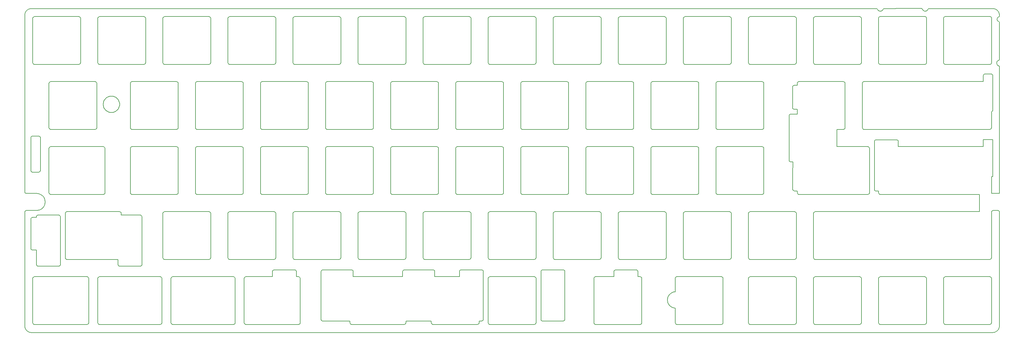
<source format=gbr>
%TF.GenerationSoftware,KiCad,Pcbnew,(5.1.9-0-10_14)*%
%TF.CreationDate,2021-01-10T18:13:26+09:00*%
%TF.ProjectId,keyplate,6b657970-6c61-4746-952e-6b696361645f,rev?*%
%TF.SameCoordinates,Original*%
%TF.FileFunction,Profile,NP*%
%FSLAX46Y46*%
G04 Gerber Fmt 4.6, Leading zero omitted, Abs format (unit mm)*
G04 Created by KiCad (PCBNEW (5.1.9-0-10_14)) date 2021-01-10 18:13:26*
%MOMM*%
%LPD*%
G01*
G04 APERTURE LIST*
%TA.AperFunction,Profile*%
%ADD10C,0.200000*%
%TD*%
G04 APERTURE END LIST*
D10*
X317589955Y-12782275D02*
X317589955Y405232D01*
X317183564Y-13188674D02*
X317394255Y-13129818D01*
X317394255Y-13129818D02*
X317540889Y-12975952D01*
X317540889Y-12975952D02*
X317589955Y-12782275D01*
X303996396Y-13188674D02*
X317183564Y-13188674D01*
X303590005Y-12782275D02*
X303648778Y-12992970D01*
X303648778Y-12992970D02*
X303802569Y-13139607D01*
X303802569Y-13139607D02*
X303996396Y-13188674D01*
X303590005Y405232D02*
X303590005Y-12782275D01*
X303996396Y811630D02*
X303785550Y752775D01*
X303785550Y752775D02*
X303639001Y598909D01*
X303639001Y598909D02*
X303590005Y405232D01*
X317183564Y811630D02*
X303996396Y811630D01*
X317589955Y405232D02*
X317531101Y615927D01*
X317531101Y615927D02*
X317377237Y762563D01*
X317377237Y762563D02*
X317183564Y811630D01*
X298540003Y-12782275D02*
X298540003Y405232D01*
X298133611Y-13188674D02*
X298344303Y-13129818D01*
X298344303Y-13129818D02*
X298490937Y-12975952D01*
X298490937Y-12975952D02*
X298540003Y-12782275D01*
X284946443Y-13188674D02*
X298133611Y-13188674D01*
X284540052Y-12782275D02*
X284598825Y-12992970D01*
X284598825Y-12992970D02*
X284752617Y-13139607D01*
X284752617Y-13139607D02*
X284946443Y-13188674D01*
X284540052Y405232D02*
X284540052Y-12782275D01*
X284946443Y811630D02*
X284735598Y752775D01*
X284735598Y752775D02*
X284589048Y598909D01*
X284589048Y598909D02*
X284540052Y405232D01*
X298133611Y811630D02*
X284946443Y811630D01*
X298540003Y405232D02*
X298481149Y615927D01*
X298481149Y615927D02*
X298327285Y762563D01*
X298327285Y762563D02*
X298133611Y811630D01*
X107540597Y-13188674D02*
X107756456Y-13139035D01*
X107756456Y-13139035D02*
X107925693Y-13005879D01*
X107925693Y-13005879D02*
X108024619Y-12812847D01*
X108024619Y-12812847D02*
X108040479Y-12688435D01*
X94540416Y-13188674D02*
X107540597Y-13188674D01*
X94040529Y-12688435D02*
X94090159Y-12904518D01*
X94090159Y-12904518D02*
X94223259Y-13073857D01*
X94223259Y-13073857D02*
X94416143Y-13172813D01*
X94416143Y-13172813D02*
X94540416Y-13188674D01*
X94040529Y311393D02*
X94040529Y-12688435D01*
X94540416Y811630D02*
X94324552Y761991D01*
X94324552Y761991D02*
X94155314Y628837D01*
X94155314Y628837D02*
X94056388Y435804D01*
X94056388Y435804D02*
X94040529Y311393D01*
X107540597Y811630D02*
X94540416Y811630D01*
X108040479Y311393D02*
X107990848Y527476D01*
X107990848Y527476D02*
X107857749Y696814D01*
X107857749Y696814D02*
X107664867Y795769D01*
X107664867Y795769D02*
X107540597Y811630D01*
X108040479Y-12688435D02*
X108040479Y311393D01*
X202790359Y-13188674D02*
X203006221Y-13139035D01*
X203006221Y-13139035D02*
X203175456Y-13005879D01*
X203175456Y-13005879D02*
X203274381Y-12812847D01*
X203274381Y-12812847D02*
X203290241Y-12688435D01*
X189790172Y-13188674D02*
X202790359Y-13188674D01*
X189290290Y-12688435D02*
X189339921Y-12904518D01*
X189339921Y-12904518D02*
X189473022Y-13073857D01*
X189473022Y-13073857D02*
X189665903Y-13172813D01*
X189665903Y-13172813D02*
X189790172Y-13188674D01*
X189290290Y311393D02*
X189290290Y-12688435D01*
X189790172Y811630D02*
X189574314Y761991D01*
X189574314Y761991D02*
X189405077Y628837D01*
X189405077Y628837D02*
X189306149Y435804D01*
X189306149Y435804D02*
X189290290Y311393D01*
X202790359Y811630D02*
X189790172Y811630D01*
X203290241Y311393D02*
X203240611Y527476D01*
X203240611Y527476D02*
X203107513Y696814D01*
X203107513Y696814D02*
X202914630Y795769D01*
X202914630Y795769D02*
X202790359Y811630D01*
X203290241Y-12688435D02*
X203290241Y311393D01*
X240890263Y-13188674D02*
X241106120Y-13139035D01*
X241106120Y-13139035D02*
X241275357Y-13005879D01*
X241275357Y-13005879D02*
X241374285Y-12812847D01*
X241374285Y-12812847D02*
X241390145Y-12688435D01*
X227890077Y-13188674D02*
X240890263Y-13188674D01*
X227390195Y-12688435D02*
X227439826Y-12904518D01*
X227439826Y-12904518D02*
X227572927Y-13073857D01*
X227572927Y-13073857D02*
X227765808Y-13172813D01*
X227765808Y-13172813D02*
X227890077Y-13188674D01*
X227390195Y311393D02*
X227390195Y-12688435D01*
X227890077Y811630D02*
X227674219Y761991D01*
X227674219Y761991D02*
X227504982Y628837D01*
X227504982Y628837D02*
X227406054Y435804D01*
X227406054Y435804D02*
X227390195Y311393D01*
X240890263Y811630D02*
X227890077Y811630D01*
X241390145Y311393D02*
X241340513Y527476D01*
X241340513Y527476D02*
X241207413Y696814D01*
X241207413Y696814D02*
X241014531Y795769D01*
X241014531Y795769D02*
X240890263Y811630D01*
X241390145Y-12688435D02*
X241390145Y311393D01*
X183740406Y-13188674D02*
X183956268Y-13139035D01*
X183956268Y-13139035D02*
X184125504Y-13005879D01*
X184125504Y-13005879D02*
X184224428Y-12812847D01*
X184224428Y-12812847D02*
X184240288Y-12688435D01*
X170740220Y-13188674D02*
X183740406Y-13188674D01*
X170240338Y-12688435D02*
X170289969Y-12904518D01*
X170289969Y-12904518D02*
X170423069Y-13073857D01*
X170423069Y-13073857D02*
X170615951Y-13172813D01*
X170615951Y-13172813D02*
X170740220Y-13188674D01*
X170240338Y311393D02*
X170240338Y-12688435D01*
X170740220Y811630D02*
X170524362Y761991D01*
X170524362Y761991D02*
X170355125Y628837D01*
X170355125Y628837D02*
X170256197Y435804D01*
X170256197Y435804D02*
X170240338Y311393D01*
X183740406Y811630D02*
X170740220Y811630D01*
X184240288Y311393D02*
X184190658Y527476D01*
X184190658Y527476D02*
X184057560Y696814D01*
X184057560Y696814D02*
X183864678Y795769D01*
X183864678Y795769D02*
X183740406Y811630D01*
X184240288Y-12688435D02*
X184240288Y311393D01*
X164690454Y-13188674D02*
X164906316Y-13139035D01*
X164906316Y-13139035D02*
X165075551Y-13005879D01*
X165075551Y-13005879D02*
X165174476Y-12812847D01*
X165174476Y-12812847D02*
X165190336Y-12688435D01*
X151690268Y-13188674D02*
X164690454Y-13188674D01*
X151190386Y-12688435D02*
X151240017Y-12904518D01*
X151240017Y-12904518D02*
X151373117Y-13073857D01*
X151373117Y-13073857D02*
X151565999Y-13172813D01*
X151565999Y-13172813D02*
X151690268Y-13188674D01*
X151190386Y311393D02*
X151190386Y-12688435D01*
X151690268Y811630D02*
X151474410Y761991D01*
X151474410Y761991D02*
X151305173Y628837D01*
X151305173Y628837D02*
X151206245Y435804D01*
X151206245Y435804D02*
X151190386Y311393D01*
X164690454Y811630D02*
X151690268Y811630D01*
X165190336Y311393D02*
X165140706Y527476D01*
X165140706Y527476D02*
X165007608Y696814D01*
X165007608Y696814D02*
X164814725Y795769D01*
X164814725Y795769D02*
X164690454Y811630D01*
X165190336Y-12688435D02*
X165190336Y311393D01*
X259940216Y-13188674D02*
X260156073Y-13139035D01*
X260156073Y-13139035D02*
X260325310Y-13005879D01*
X260325310Y-13005879D02*
X260424238Y-12812847D01*
X260424238Y-12812847D02*
X260440098Y-12688435D01*
X246940030Y-13188674D02*
X259940216Y-13188674D01*
X246440148Y-12688435D02*
X246489779Y-12904518D01*
X246489779Y-12904518D02*
X246622879Y-13073857D01*
X246622879Y-13073857D02*
X246815761Y-13172813D01*
X246815761Y-13172813D02*
X246940030Y-13188674D01*
X246440148Y311393D02*
X246440148Y-12688435D01*
X246940030Y811630D02*
X246724172Y761991D01*
X246724172Y761991D02*
X246554935Y628837D01*
X246554935Y628837D02*
X246456007Y435804D01*
X246456007Y435804D02*
X246440148Y311393D01*
X259940216Y811630D02*
X246940030Y811630D01*
X260440098Y311393D02*
X260390466Y527476D01*
X260390466Y527476D02*
X260257365Y696814D01*
X260257365Y696814D02*
X260064484Y795769D01*
X260064484Y795769D02*
X259940216Y811630D01*
X260440098Y-12688435D02*
X260440098Y311393D01*
X88490644Y-13188674D02*
X88706503Y-13139035D01*
X88706503Y-13139035D02*
X88875740Y-13005879D01*
X88875740Y-13005879D02*
X88974666Y-12812847D01*
X88974666Y-12812847D02*
X88990526Y-12688435D01*
X75490464Y-13188674D02*
X88490644Y-13188674D01*
X74990576Y-12688435D02*
X75040206Y-12904518D01*
X75040206Y-12904518D02*
X75173306Y-13073857D01*
X75173306Y-13073857D02*
X75366191Y-13172813D01*
X75366191Y-13172813D02*
X75490464Y-13188674D01*
X74990576Y311393D02*
X74990576Y-12688435D01*
X75490464Y811630D02*
X75274600Y761991D01*
X75274600Y761991D02*
X75105362Y628837D01*
X75105362Y628837D02*
X75006435Y435804D01*
X75006435Y435804D02*
X74990576Y311393D01*
X88490644Y811630D02*
X75490464Y811630D01*
X88990526Y311393D02*
X88940895Y527476D01*
X88940895Y527476D02*
X88807796Y696814D01*
X88807796Y696814D02*
X88614914Y795769D01*
X88614914Y795769D02*
X88490644Y811630D01*
X88990526Y-12688435D02*
X88990526Y311393D01*
X221840311Y-13188674D02*
X222056168Y-13139035D01*
X222056168Y-13139035D02*
X222225405Y-13005879D01*
X222225405Y-13005879D02*
X222324333Y-12812847D01*
X222324333Y-12812847D02*
X222340193Y-12688435D01*
X208840125Y-13188674D02*
X221840311Y-13188674D01*
X208340243Y-12688435D02*
X208389874Y-12904518D01*
X208389874Y-12904518D02*
X208522974Y-13073857D01*
X208522974Y-13073857D02*
X208715856Y-13172813D01*
X208715856Y-13172813D02*
X208840125Y-13188674D01*
X208340243Y311393D02*
X208340243Y-12688435D01*
X208840125Y811630D02*
X208624267Y761991D01*
X208624267Y761991D02*
X208455030Y628837D01*
X208455030Y628837D02*
X208356102Y435804D01*
X208356102Y435804D02*
X208340243Y311393D01*
X221840311Y811630D02*
X208840125Y811630D01*
X222340193Y311393D02*
X222290561Y527476D01*
X222290561Y527476D02*
X222157461Y696814D01*
X222157461Y696814D02*
X221964579Y795769D01*
X221964579Y795769D02*
X221840311Y811630D01*
X222340193Y-12688435D02*
X222340193Y311393D01*
X55940624Y-12688435D02*
X55990254Y-12904518D01*
X55990254Y-12904518D02*
X56123354Y-13073857D01*
X56123354Y-13073857D02*
X56316237Y-13172813D01*
X56316237Y-13172813D02*
X56440509Y-13188674D01*
X55940624Y311393D02*
X55940624Y-12688435D01*
X56440509Y811630D02*
X56224647Y761991D01*
X56224647Y761991D02*
X56055410Y628837D01*
X56055410Y628837D02*
X55956483Y435804D01*
X55956483Y435804D02*
X55940624Y311393D01*
X69440689Y811630D02*
X56440509Y811630D01*
X69940574Y311393D02*
X69890943Y527476D01*
X69890943Y527476D02*
X69757843Y696814D01*
X69757843Y696814D02*
X69564960Y795769D01*
X69564960Y795769D02*
X69440689Y811630D01*
X69940574Y-12688435D02*
X69940574Y311393D01*
X69440689Y-13188674D02*
X69656550Y-13139035D01*
X69656550Y-13139035D02*
X69825787Y-13005879D01*
X69825787Y-13005879D02*
X69924714Y-12812847D01*
X69924714Y-12812847D02*
X69940574Y-12688435D01*
X56440509Y-13188674D02*
X69440689Y-13188674D01*
X126590549Y-13188674D02*
X126806411Y-13139035D01*
X126806411Y-13139035D02*
X126975647Y-13005879D01*
X126975647Y-13005879D02*
X127074571Y-12812847D01*
X127074571Y-12812847D02*
X127090431Y-12688435D01*
X113590368Y-13188674D02*
X126590549Y-13188674D01*
X113090481Y-12688435D02*
X113140111Y-12904518D01*
X113140111Y-12904518D02*
X113273211Y-13073857D01*
X113273211Y-13073857D02*
X113466095Y-13172813D01*
X113466095Y-13172813D02*
X113590368Y-13188674D01*
X113090481Y311393D02*
X113090481Y-12688435D01*
X113590368Y811630D02*
X113374504Y761991D01*
X113374504Y761991D02*
X113205267Y628837D01*
X113205267Y628837D02*
X113106340Y435804D01*
X113106340Y435804D02*
X113090481Y311393D01*
X126590549Y811630D02*
X113590368Y811630D01*
X127090431Y311393D02*
X127040801Y527476D01*
X127040801Y527476D02*
X126907703Y696814D01*
X126907703Y696814D02*
X126714821Y795769D01*
X126714821Y795769D02*
X126590549Y811630D01*
X127090431Y-12688435D02*
X127090431Y311393D01*
X50390738Y-13188674D02*
X50606599Y-13139035D01*
X50606599Y-13139035D02*
X50775836Y-13005879D01*
X50775836Y-13005879D02*
X50874763Y-12812847D01*
X50874763Y-12812847D02*
X50890623Y-12688435D01*
X37390556Y-13188674D02*
X50390738Y-13188674D01*
X36890671Y-12688435D02*
X36940301Y-12904518D01*
X36940301Y-12904518D02*
X37073401Y-13073857D01*
X37073401Y-13073857D02*
X37266284Y-13172813D01*
X37266284Y-13172813D02*
X37390556Y-13188674D01*
X36890671Y311393D02*
X36890671Y-12688435D01*
X37390556Y811630D02*
X37174694Y761991D01*
X37174694Y761991D02*
X37005457Y628837D01*
X37005457Y628837D02*
X36906530Y435804D01*
X36906530Y435804D02*
X36890671Y311393D01*
X50390738Y811630D02*
X37390556Y811630D01*
X50890623Y311393D02*
X50840992Y527476D01*
X50840992Y527476D02*
X50707892Y696814D01*
X50707892Y696814D02*
X50515009Y795769D01*
X50515009Y795769D02*
X50390738Y811630D01*
X50890623Y-12688435D02*
X50890623Y311393D01*
X145640501Y-13188674D02*
X145856363Y-13139035D01*
X145856363Y-13139035D02*
X146025599Y-13005879D01*
X146025599Y-13005879D02*
X146124524Y-12812847D01*
X146124524Y-12812847D02*
X146140384Y-12688435D01*
X132640315Y-13188674D02*
X145640501Y-13188674D01*
X132140433Y-12688435D02*
X132190064Y-12904518D01*
X132190064Y-12904518D02*
X132323165Y-13073857D01*
X132323165Y-13073857D02*
X132516046Y-13172813D01*
X132516046Y-13172813D02*
X132640315Y-13188674D01*
X132140433Y311393D02*
X132140433Y-12688435D01*
X132640315Y811630D02*
X132424457Y761991D01*
X132424457Y761991D02*
X132255220Y628837D01*
X132255220Y628837D02*
X132156292Y435804D01*
X132156292Y435804D02*
X132140433Y311393D01*
X145640501Y811630D02*
X132640315Y811630D01*
X146140384Y311393D02*
X146090754Y527476D01*
X146090754Y527476D02*
X145957656Y696814D01*
X145957656Y696814D02*
X145764773Y795769D01*
X145764773Y795769D02*
X145640501Y811630D01*
X146140384Y-12688435D02*
X146140384Y311393D01*
X278990168Y-13188674D02*
X279206025Y-13139035D01*
X279206025Y-13139035D02*
X279375262Y-13005879D01*
X279375262Y-13005879D02*
X279474190Y-12812847D01*
X279474190Y-12812847D02*
X279490050Y-12688435D01*
X265989982Y-13188674D02*
X278990168Y-13188674D01*
X265490100Y-12688435D02*
X265539731Y-12904518D01*
X265539731Y-12904518D02*
X265672831Y-13073857D01*
X265672831Y-13073857D02*
X265865713Y-13172813D01*
X265865713Y-13172813D02*
X265989982Y-13188674D01*
X265490100Y311393D02*
X265490100Y-12688435D01*
X265989982Y811630D02*
X265774124Y761991D01*
X265774124Y761991D02*
X265604887Y628837D01*
X265604887Y628837D02*
X265505959Y435804D01*
X265505959Y435804D02*
X265490100Y311393D01*
X278990168Y811630D02*
X265989982Y811630D01*
X279490050Y311393D02*
X279440418Y527476D01*
X279440418Y527476D02*
X279307318Y696814D01*
X279307318Y696814D02*
X279114436Y795769D01*
X279114436Y795769D02*
X278990168Y811630D01*
X279490050Y-12688435D02*
X279490050Y311393D01*
X62331176Y-24894163D02*
X62318773Y-24648968D01*
X62318773Y-24648968D02*
X62282371Y-24410814D01*
X62282371Y-24410814D02*
X62223183Y-24180912D01*
X62223183Y-24180912D02*
X62142418Y-23960473D01*
X62142418Y-23960473D02*
X62041289Y-23750708D01*
X62041289Y-23750708D02*
X61921007Y-23552828D01*
X61921007Y-23552828D02*
X61782783Y-23368046D01*
X61782783Y-23368046D02*
X61627828Y-23197572D01*
X61627828Y-23197572D02*
X61457353Y-23042616D01*
X61457353Y-23042616D02*
X61272571Y-22904392D01*
X61272571Y-22904392D02*
X61074691Y-22784110D01*
X61074691Y-22784110D02*
X60864926Y-22682981D01*
X60864926Y-22682981D02*
X60644487Y-22602216D01*
X60644487Y-22602216D02*
X60414585Y-22543028D01*
X60414585Y-22543028D02*
X60176431Y-22506626D01*
X60176431Y-22506626D02*
X59931237Y-22494224D01*
X59931237Y-27294457D02*
X60176431Y-27282053D01*
X60176431Y-27282053D02*
X60414585Y-27245651D01*
X60414585Y-27245651D02*
X60644487Y-27186461D01*
X60644487Y-27186461D02*
X60864926Y-27105694D01*
X60864926Y-27105694D02*
X61074691Y-27004559D01*
X61074691Y-27004559D02*
X61272571Y-26884269D01*
X61272571Y-26884269D02*
X61457353Y-26746034D01*
X61457353Y-26746034D02*
X61627828Y-26591064D01*
X61627828Y-26591064D02*
X61782783Y-26420571D01*
X61782783Y-26420571D02*
X61921007Y-26235765D01*
X61921007Y-26235765D02*
X62041289Y-26037857D01*
X62041289Y-26037857D02*
X62142418Y-25828057D01*
X62142418Y-25828057D02*
X62223183Y-25607578D01*
X62223183Y-25607578D02*
X62282371Y-25377628D01*
X62282371Y-25377628D02*
X62318773Y-25139419D01*
X62318773Y-25139419D02*
X62331176Y-24894163D01*
X57530943Y-24894163D02*
X57543346Y-25139419D01*
X57543346Y-25139419D02*
X57579748Y-25377628D01*
X57579748Y-25377628D02*
X57638938Y-25607578D01*
X57638938Y-25607578D02*
X57719705Y-25828057D01*
X57719705Y-25828057D02*
X57820840Y-26037857D01*
X57820840Y-26037857D02*
X57941130Y-26235765D01*
X57941130Y-26235765D02*
X58079365Y-26420571D01*
X58079365Y-26420571D02*
X58234335Y-26591064D01*
X58234335Y-26591064D02*
X58404828Y-26746034D01*
X58404828Y-26746034D02*
X58589634Y-26884269D01*
X58589634Y-26884269D02*
X58787542Y-27004559D01*
X58787542Y-27004559D02*
X58997342Y-27105694D01*
X58997342Y-27105694D02*
X59217821Y-27186461D01*
X59217821Y-27186461D02*
X59447771Y-27245651D01*
X59447771Y-27245651D02*
X59685980Y-27282053D01*
X59685980Y-27282053D02*
X59931237Y-27294457D01*
X59931237Y-22494224D02*
X59685980Y-22506626D01*
X59685980Y-22506626D02*
X59447771Y-22543028D01*
X59447771Y-22543028D02*
X59217821Y-22602216D01*
X59217821Y-22602216D02*
X58997342Y-22682981D01*
X58997342Y-22682981D02*
X58787542Y-22784110D01*
X58787542Y-22784110D02*
X58589634Y-22904392D01*
X58589634Y-22904392D02*
X58404828Y-23042616D01*
X58404828Y-23042616D02*
X58234335Y-23197572D01*
X58234335Y-23197572D02*
X58079365Y-23368046D01*
X58079365Y-23368046D02*
X57941130Y-23552828D01*
X57941130Y-23552828D02*
X57820840Y-23750708D01*
X57820840Y-23750708D02*
X57719705Y-23960473D01*
X57719705Y-23960473D02*
X57638938Y-24180912D01*
X57638938Y-24180912D02*
X57579748Y-24410814D01*
X57579748Y-24410814D02*
X57543346Y-24648968D01*
X57543346Y-24648968D02*
X57530943Y-24894163D01*
X250415239Y-32238625D02*
X250631096Y-32188986D01*
X250631096Y-32188986D02*
X250800334Y-32055831D01*
X250800334Y-32055831D02*
X250899262Y-31862799D01*
X250899262Y-31862799D02*
X250915122Y-31738387D01*
X237415053Y-32238625D02*
X250415239Y-32238625D01*
X236915171Y-31738387D02*
X236964802Y-31954470D01*
X236964802Y-31954470D02*
X237097903Y-32123809D01*
X237097903Y-32123809D02*
X237290784Y-32222764D01*
X237290784Y-32222764D02*
X237415053Y-32238625D01*
X236915171Y-18738559D02*
X236915171Y-31738387D01*
X237415053Y-18238322D02*
X237199195Y-18287960D01*
X237199195Y-18287960D02*
X237029958Y-18421114D01*
X237029958Y-18421114D02*
X236931030Y-18614147D01*
X236931030Y-18614147D02*
X236915171Y-18738559D01*
X250415239Y-18238322D02*
X237415053Y-18238322D01*
X250915122Y-18738559D02*
X250865490Y-18522475D01*
X250865490Y-18522475D02*
X250732389Y-18353137D01*
X250732389Y-18353137D02*
X250539507Y-18254182D01*
X250539507Y-18254182D02*
X250415239Y-18238322D01*
X250915122Y-31738387D02*
X250915122Y-18738559D01*
X136115525Y-32238625D02*
X136331387Y-32188986D01*
X136331387Y-32188986D02*
X136500623Y-32055831D01*
X136500623Y-32055831D02*
X136599547Y-31862799D01*
X136599547Y-31862799D02*
X136615407Y-31738387D01*
X123115339Y-32238625D02*
X136115525Y-32238625D01*
X122615457Y-31738387D02*
X122665088Y-31954470D01*
X122665088Y-31954470D02*
X122798188Y-32123809D01*
X122798188Y-32123809D02*
X122991070Y-32222764D01*
X122991070Y-32222764D02*
X123115339Y-32238625D01*
X122615457Y-18738559D02*
X122615457Y-31738387D01*
X123115339Y-18238322D02*
X122899481Y-18287960D01*
X122899481Y-18287960D02*
X122730244Y-18421114D01*
X122730244Y-18421114D02*
X122631316Y-18614147D01*
X122631316Y-18614147D02*
X122615457Y-18738559D01*
X136115525Y-18238322D02*
X123115339Y-18238322D01*
X136615407Y-18738559D02*
X136565777Y-18522475D01*
X136565777Y-18522475D02*
X136432679Y-18353137D01*
X136432679Y-18353137D02*
X136239797Y-18254182D01*
X136239797Y-18254182D02*
X136115525Y-18238322D01*
X136615407Y-31738387D02*
X136615407Y-18738559D01*
X280277446Y-32238625D02*
X317090073Y-32238625D01*
X279777564Y-31738387D02*
X279827195Y-31954470D01*
X279827195Y-31954470D02*
X279960296Y-32123809D01*
X279960296Y-32123809D02*
X280153177Y-32222764D01*
X280153177Y-32222764D02*
X280277446Y-32238625D01*
X279777564Y-18738559D02*
X279777564Y-31738387D01*
X280277446Y-18238322D02*
X280061588Y-18287960D01*
X280061588Y-18287960D02*
X279892351Y-18421114D01*
X279892351Y-18421114D02*
X279793423Y-18614147D01*
X279793423Y-18614147D02*
X279777564Y-18738559D01*
X315208711Y-18238322D02*
X280277446Y-18238322D01*
X315208711Y-16489607D02*
X315208711Y-16754961D01*
X315208711Y-16754961D02*
X315208711Y-16969399D01*
X315208711Y-16969399D02*
X315208711Y-17188762D01*
X315208711Y-17188762D02*
X315208711Y-17405587D01*
X315208711Y-17405587D02*
X315208711Y-17612407D01*
X315208711Y-17612407D02*
X315208711Y-17859703D01*
X315208711Y-17859703D02*
X315208711Y-18098197D01*
X315208711Y-18098197D02*
X315208711Y-18238322D01*
X315708593Y-15989369D02*
X315491815Y-16038706D01*
X315491815Y-16038706D02*
X315322816Y-16171429D01*
X315322816Y-16171429D02*
X315224440Y-16364606D01*
X315224440Y-16364606D02*
X315208711Y-16489607D01*
X317471078Y-15989369D02*
X315708593Y-15989369D01*
X317824544Y-16135772D02*
X317651172Y-16022979D01*
X317651172Y-16022979D02*
X317471078Y-15989369D01*
X317971304Y-16489607D02*
X317928303Y-16286917D01*
X317928303Y-16286917D02*
X317824544Y-16135772D01*
X317971304Y-26607601D02*
X317971304Y-26241320D01*
X317971304Y-26241320D02*
X317971304Y-26019281D01*
X317971304Y-26019281D02*
X317971304Y-25773662D01*
X317971304Y-25773662D02*
X317971304Y-25506229D01*
X317971304Y-25506229D02*
X317971304Y-25218748D01*
X317971304Y-25218748D02*
X317971304Y-24912982D01*
X317971304Y-24912982D02*
X317971304Y-24590698D01*
X317971304Y-24590698D02*
X317971304Y-24253660D01*
X317971304Y-24253660D02*
X317971304Y-23903633D01*
X317971304Y-23903633D02*
X317971304Y-23542384D01*
X317971304Y-23542384D02*
X317971304Y-23171676D01*
X317971304Y-23171676D02*
X317971304Y-22793275D01*
X317971304Y-22793275D02*
X317971304Y-22408946D01*
X317971304Y-22408946D02*
X317971304Y-22020455D01*
X317971304Y-22020455D02*
X317971304Y-21629565D01*
X317971304Y-21629565D02*
X317971304Y-21238043D01*
X317971304Y-21238043D02*
X317971304Y-20847654D01*
X317971304Y-20847654D02*
X317971304Y-20460163D01*
X317971304Y-20460163D02*
X317971304Y-20077334D01*
X317971304Y-20077334D02*
X317971304Y-19700934D01*
X317971304Y-19700934D02*
X317971304Y-19332727D01*
X317971304Y-19332727D02*
X317971304Y-18974477D01*
X317971304Y-18974477D02*
X317971304Y-18627952D01*
X317971304Y-18627952D02*
X317971304Y-18294915D01*
X317971304Y-18294915D02*
X317971304Y-17977131D01*
X317971304Y-17977131D02*
X317971304Y-17676367D01*
X317971304Y-17676367D02*
X317971304Y-17394386D01*
X317971304Y-17394386D02*
X317971304Y-17132955D01*
X317971304Y-17132955D02*
X317971304Y-16893838D01*
X317971304Y-16893838D02*
X317971304Y-16678800D01*
X317971304Y-16678800D02*
X317971304Y-16489607D01*
X317590299Y-26988600D02*
X317787790Y-26933403D01*
X317787790Y-26933403D02*
X317933704Y-26772707D01*
X317933704Y-26772707D02*
X317971304Y-26607601D01*
X317589955Y-26988600D02*
X317590299Y-26988600D01*
X317589955Y-31738387D02*
X317589955Y-26988600D01*
X317090073Y-32238625D02*
X317305930Y-32188986D01*
X317305930Y-32188986D02*
X317475167Y-32055831D01*
X317475167Y-32055831D02*
X317574095Y-31862799D01*
X317574095Y-31862799D02*
X317589955Y-31738387D01*
X117065573Y-32238625D02*
X117281432Y-32188986D01*
X117281432Y-32188986D02*
X117450669Y-32055831D01*
X117450669Y-32055831D02*
X117549595Y-31862799D01*
X117549595Y-31862799D02*
X117565455Y-31738387D01*
X104065392Y-32238625D02*
X117065573Y-32238625D01*
X103565505Y-31738387D02*
X103615135Y-31954470D01*
X103615135Y-31954470D02*
X103748235Y-32123809D01*
X103748235Y-32123809D02*
X103941119Y-32222764D01*
X103941119Y-32222764D02*
X104065392Y-32238625D01*
X103565505Y-18738559D02*
X103565505Y-31738387D01*
X104065392Y-18238322D02*
X103849528Y-18287960D01*
X103849528Y-18287960D02*
X103680291Y-18421114D01*
X103680291Y-18421114D02*
X103581364Y-18614147D01*
X103581364Y-18614147D02*
X103565505Y-18738559D01*
X117065573Y-18238322D02*
X104065392Y-18238322D01*
X117565455Y-18738559D02*
X117515824Y-18522475D01*
X117515824Y-18522475D02*
X117382725Y-18353137D01*
X117382725Y-18353137D02*
X117189843Y-18254182D01*
X117189843Y-18254182D02*
X117065573Y-18238322D01*
X117565455Y-31738387D02*
X117565455Y-18738559D01*
X193265382Y-32238625D02*
X193481244Y-32188986D01*
X193481244Y-32188986D02*
X193650480Y-32055831D01*
X193650480Y-32055831D02*
X193749404Y-31862799D01*
X193749404Y-31862799D02*
X193765264Y-31738387D01*
X180265196Y-32238625D02*
X193265382Y-32238625D01*
X179765314Y-31738387D02*
X179814945Y-31954470D01*
X179814945Y-31954470D02*
X179948046Y-32123809D01*
X179948046Y-32123809D02*
X180140927Y-32222764D01*
X180140927Y-32222764D02*
X180265196Y-32238625D01*
X179765314Y-18738559D02*
X179765314Y-31738387D01*
X180265196Y-18238322D02*
X180049338Y-18287960D01*
X180049338Y-18287960D02*
X179880101Y-18421114D01*
X179880101Y-18421114D02*
X179781173Y-18614147D01*
X179781173Y-18614147D02*
X179765314Y-18738559D01*
X193265382Y-18238322D02*
X180265196Y-18238322D01*
X193765264Y-18738559D02*
X193715634Y-18522475D01*
X193715634Y-18522475D02*
X193582536Y-18353137D01*
X193582536Y-18353137D02*
X193389654Y-18254182D01*
X193389654Y-18254182D02*
X193265382Y-18238322D01*
X193765264Y-31738387D02*
X193765264Y-18738559D01*
X155165478Y-32238625D02*
X155381340Y-32188986D01*
X155381340Y-32188986D02*
X155550575Y-32055831D01*
X155550575Y-32055831D02*
X155649500Y-31862799D01*
X155649500Y-31862799D02*
X155665360Y-31738387D01*
X142165292Y-32238625D02*
X155165478Y-32238625D01*
X141665409Y-31738387D02*
X141715040Y-31954470D01*
X141715040Y-31954470D02*
X141848141Y-32123809D01*
X141848141Y-32123809D02*
X142041023Y-32222764D01*
X142041023Y-32222764D02*
X142165292Y-32238625D01*
X141665409Y-18738559D02*
X141665409Y-31738387D01*
X142165292Y-18238322D02*
X141949434Y-18287960D01*
X141949434Y-18287960D02*
X141780196Y-18421114D01*
X141780196Y-18421114D02*
X141681268Y-18614147D01*
X141681268Y-18614147D02*
X141665409Y-18738559D01*
X155165478Y-18238322D02*
X142165292Y-18238322D01*
X155665360Y-18738559D02*
X155615730Y-18522475D01*
X155615730Y-18522475D02*
X155482632Y-18353137D01*
X155482632Y-18353137D02*
X155289749Y-18254182D01*
X155289749Y-18254182D02*
X155165478Y-18238322D01*
X155665360Y-31738387D02*
X155665360Y-18738559D01*
X174215430Y-32238625D02*
X174431292Y-32188986D01*
X174431292Y-32188986D02*
X174600527Y-32055831D01*
X174600527Y-32055831D02*
X174699452Y-31862799D01*
X174699452Y-31862799D02*
X174715312Y-31738387D01*
X161215244Y-32238625D02*
X174215430Y-32238625D01*
X160715362Y-31738387D02*
X160764993Y-31954470D01*
X160764993Y-31954470D02*
X160898093Y-32123809D01*
X160898093Y-32123809D02*
X161090975Y-32222764D01*
X161090975Y-32222764D02*
X161215244Y-32238625D01*
X160715362Y-18738559D02*
X160715362Y-31738387D01*
X161215244Y-18238322D02*
X160999386Y-18287960D01*
X160999386Y-18287960D02*
X160830149Y-18421114D01*
X160830149Y-18421114D02*
X160731221Y-18614147D01*
X160731221Y-18614147D02*
X160715362Y-18738559D01*
X174215430Y-18238322D02*
X161215244Y-18238322D01*
X174715312Y-18738559D02*
X174665682Y-18522475D01*
X174665682Y-18522475D02*
X174532584Y-18353137D01*
X174532584Y-18353137D02*
X174339701Y-18254182D01*
X174339701Y-18254182D02*
X174215430Y-18238322D01*
X174715312Y-31738387D02*
X174715312Y-18738559D01*
X55653110Y-18738559D02*
X55603479Y-18522475D01*
X55603479Y-18522475D02*
X55470379Y-18353137D01*
X55470379Y-18353137D02*
X55277496Y-18254182D01*
X55277496Y-18254182D02*
X55153225Y-18238322D01*
X55653110Y-31738387D02*
X55653110Y-18738559D01*
X55153225Y-32238625D02*
X55369086Y-32188986D01*
X55369086Y-32188986D02*
X55538323Y-32055831D01*
X55538323Y-32055831D02*
X55637250Y-31862799D01*
X55637250Y-31862799D02*
X55653110Y-31738387D01*
X42153044Y-32238625D02*
X55153225Y-32238625D01*
X41653159Y-31738387D02*
X41702789Y-31954470D01*
X41702789Y-31954470D02*
X41835889Y-32123809D01*
X41835889Y-32123809D02*
X42028772Y-32222764D01*
X42028772Y-32222764D02*
X42153044Y-32238625D01*
X41653159Y-18738559D02*
X41653159Y-31738387D01*
X42153044Y-18238322D02*
X41937182Y-18287960D01*
X41937182Y-18287960D02*
X41767945Y-18421114D01*
X41767945Y-18421114D02*
X41669018Y-18614147D01*
X41669018Y-18614147D02*
X41653159Y-18738559D01*
X55153225Y-18238322D02*
X42153044Y-18238322D01*
X212315335Y-32238625D02*
X212531192Y-32188986D01*
X212531192Y-32188986D02*
X212700429Y-32055831D01*
X212700429Y-32055831D02*
X212799357Y-31862799D01*
X212799357Y-31862799D02*
X212815217Y-31738387D01*
X199315149Y-32238625D02*
X212315335Y-32238625D01*
X198815267Y-31738387D02*
X198864898Y-31954470D01*
X198864898Y-31954470D02*
X198997998Y-32123809D01*
X198997998Y-32123809D02*
X199190880Y-32222764D01*
X199190880Y-32222764D02*
X199315149Y-32238625D01*
X198815267Y-18738559D02*
X198815267Y-31738387D01*
X199315149Y-18238322D02*
X199099291Y-18287960D01*
X199099291Y-18287960D02*
X198930054Y-18421114D01*
X198930054Y-18421114D02*
X198831126Y-18614147D01*
X198831126Y-18614147D02*
X198815267Y-18738559D01*
X212315335Y-18238322D02*
X199315149Y-18238322D01*
X212815217Y-18738559D02*
X212765585Y-18522475D01*
X212765585Y-18522475D02*
X212632484Y-18353137D01*
X212632484Y-18353137D02*
X212439603Y-18254182D01*
X212439603Y-18254182D02*
X212315335Y-18238322D01*
X212815217Y-31738387D02*
X212815217Y-18738559D01*
X98015620Y-32238625D02*
X98231480Y-32188986D01*
X98231480Y-32188986D02*
X98400717Y-32055831D01*
X98400717Y-32055831D02*
X98499643Y-31862799D01*
X98499643Y-31862799D02*
X98515503Y-31738387D01*
X85015440Y-32238625D02*
X98015620Y-32238625D01*
X84515552Y-31738387D02*
X84565182Y-31954470D01*
X84565182Y-31954470D02*
X84698282Y-32123809D01*
X84698282Y-32123809D02*
X84891167Y-32222764D01*
X84891167Y-32222764D02*
X85015440Y-32238625D01*
X84515552Y-18738559D02*
X84515552Y-31738387D01*
X85015440Y-18238322D02*
X84799576Y-18287960D01*
X84799576Y-18287960D02*
X84630338Y-18421114D01*
X84630338Y-18421114D02*
X84531411Y-18614147D01*
X84531411Y-18614147D02*
X84515552Y-18738559D01*
X98015620Y-18238322D02*
X85015440Y-18238322D01*
X98515503Y-18738559D02*
X98465872Y-18522475D01*
X98465872Y-18522475D02*
X98332773Y-18353137D01*
X98332773Y-18353137D02*
X98139890Y-18254182D01*
X98139890Y-18254182D02*
X98015620Y-18238322D01*
X98515503Y-31738387D02*
X98515503Y-18738559D01*
X231365287Y-32238625D02*
X231581144Y-32188986D01*
X231581144Y-32188986D02*
X231750381Y-32055831D01*
X231750381Y-32055831D02*
X231849309Y-31862799D01*
X231849309Y-31862799D02*
X231865169Y-31738387D01*
X218365101Y-32238625D02*
X231365287Y-32238625D01*
X217865219Y-31738387D02*
X217914850Y-31954470D01*
X217914850Y-31954470D02*
X218047950Y-32123809D01*
X218047950Y-32123809D02*
X218240832Y-32222764D01*
X218240832Y-32222764D02*
X218365101Y-32238625D01*
X217865219Y-18738559D02*
X217865219Y-31738387D01*
X218365101Y-18238322D02*
X218149243Y-18287960D01*
X218149243Y-18287960D02*
X217980006Y-18421114D01*
X217980006Y-18421114D02*
X217881078Y-18614147D01*
X217881078Y-18614147D02*
X217865219Y-18738559D01*
X231365287Y-18238322D02*
X218365101Y-18238322D01*
X231865169Y-18738559D02*
X231815537Y-18522475D01*
X231815537Y-18522475D02*
X231682437Y-18353137D01*
X231682437Y-18353137D02*
X231489555Y-18254182D01*
X231489555Y-18254182D02*
X231365287Y-18238322D01*
X231865169Y-31738387D02*
X231865169Y-18738559D01*
X65465600Y-31738387D02*
X65515230Y-31954470D01*
X65515230Y-31954470D02*
X65648330Y-32123809D01*
X65648330Y-32123809D02*
X65841213Y-32222764D01*
X65841213Y-32222764D02*
X65965485Y-32238625D01*
X65465600Y-18738559D02*
X65465600Y-31738387D01*
X65965485Y-18238322D02*
X65749623Y-18287960D01*
X65749623Y-18287960D02*
X65580386Y-18421114D01*
X65580386Y-18421114D02*
X65481459Y-18614147D01*
X65481459Y-18614147D02*
X65465600Y-18738559D01*
X78965668Y-18238322D02*
X65965485Y-18238322D01*
X79465550Y-18738559D02*
X79415919Y-18522475D01*
X79415919Y-18522475D02*
X79282820Y-18353137D01*
X79282820Y-18353137D02*
X79089938Y-18254182D01*
X79089938Y-18254182D02*
X78965668Y-18238322D01*
X79465550Y-31738387D02*
X79465550Y-18738559D01*
X78965668Y-32238625D02*
X79181527Y-32188986D01*
X79181527Y-32188986D02*
X79350764Y-32055831D01*
X79350764Y-32055831D02*
X79449690Y-31862799D01*
X79449690Y-31862799D02*
X79465550Y-31738387D01*
X65965485Y-32238625D02*
X78965668Y-32238625D01*
X39115636Y-44268669D02*
X39115636Y-43887308D01*
X39115636Y-43887308D02*
X39115636Y-43663264D01*
X39115636Y-43663264D02*
X39115636Y-43419045D01*
X39115636Y-43419045D02*
X39115636Y-43156204D01*
X39115636Y-43156204D02*
X39115636Y-42876293D01*
X39115636Y-42876293D02*
X39115636Y-42580864D01*
X39115636Y-42580864D02*
X39115636Y-42271468D01*
X39115636Y-42271468D02*
X39115636Y-41949657D01*
X39115636Y-41949657D02*
X39115636Y-41616983D01*
X39115636Y-41616983D02*
X39115636Y-41274999D01*
X39115636Y-41274999D02*
X39115636Y-40925255D01*
X39115636Y-40925255D02*
X39115636Y-40569304D01*
X39115636Y-40569304D02*
X39115636Y-40208697D01*
X39115636Y-40208697D02*
X39115636Y-39844986D01*
X39115636Y-39844986D02*
X39115636Y-39479724D01*
X39115636Y-39479724D02*
X39115636Y-39114462D01*
X39115636Y-39114462D02*
X39115636Y-38750751D01*
X39115636Y-38750751D02*
X39115636Y-38390144D01*
X39115636Y-38390144D02*
X39115636Y-38034193D01*
X39115636Y-38034193D02*
X39115636Y-37684449D01*
X39115636Y-37684449D02*
X39115636Y-37342464D01*
X39115636Y-37342464D02*
X39115636Y-37009791D01*
X39115636Y-37009791D02*
X39115636Y-36687980D01*
X39115636Y-36687980D02*
X39115636Y-36378584D01*
X39115636Y-36378584D02*
X39115636Y-36083154D01*
X39115636Y-36083154D02*
X39115636Y-35803243D01*
X39115636Y-35803243D02*
X39115636Y-35540402D01*
X39115636Y-35540402D02*
X39115636Y-35296183D01*
X39115636Y-35296183D02*
X39115636Y-35072138D01*
X39115636Y-35072138D02*
X39115636Y-34869819D01*
X39115636Y-34869819D02*
X39115636Y-34690778D01*
X38615751Y-44768557D02*
X38832535Y-44719226D01*
X38832535Y-44719226D02*
X39001533Y-44586557D01*
X39001533Y-44586557D02*
X39099907Y-44393528D01*
X39099907Y-44393528D02*
X39115636Y-44268669D01*
X36853277Y-44768557D02*
X37104746Y-44768557D01*
X37104746Y-44768557D02*
X37325635Y-44768557D01*
X37325635Y-44768557D02*
X37557348Y-44768557D01*
X37557348Y-44768557D02*
X37793698Y-44768557D01*
X37793698Y-44768557D02*
X38028503Y-44768557D01*
X38028503Y-44768557D02*
X38255576Y-44768557D01*
X38255576Y-44768557D02*
X38468734Y-44768557D01*
X38468734Y-44768557D02*
X38615751Y-44768557D01*
X36353393Y-44268669D02*
X36402662Y-44485299D01*
X36402662Y-44485299D02*
X36535243Y-44654339D01*
X36535243Y-44654339D02*
X36728299Y-44752806D01*
X36728299Y-44752806D02*
X36853277Y-44768557D01*
X36353393Y-34690778D02*
X36353393Y-35072138D01*
X36353393Y-35072138D02*
X36353393Y-35296183D01*
X36353393Y-35296183D02*
X36353393Y-35540402D01*
X36353393Y-35540402D02*
X36353393Y-35803243D01*
X36353393Y-35803243D02*
X36353393Y-36083154D01*
X36353393Y-36083154D02*
X36353393Y-36378584D01*
X36353393Y-36378584D02*
X36353393Y-36687980D01*
X36353393Y-36687980D02*
X36353393Y-37009791D01*
X36353393Y-37009791D02*
X36353393Y-37342464D01*
X36353393Y-37342464D02*
X36353393Y-37684449D01*
X36353393Y-37684449D02*
X36353393Y-38034193D01*
X36353393Y-38034193D02*
X36353393Y-38390144D01*
X36353393Y-38390144D02*
X36353393Y-38750751D01*
X36353393Y-38750751D02*
X36353393Y-39114462D01*
X36353393Y-39114462D02*
X36353393Y-39479724D01*
X36353393Y-39479724D02*
X36353393Y-39844986D01*
X36353393Y-39844986D02*
X36353393Y-40208697D01*
X36353393Y-40208697D02*
X36353393Y-40569304D01*
X36353393Y-40569304D02*
X36353393Y-40925255D01*
X36353393Y-40925255D02*
X36353393Y-41274999D01*
X36353393Y-41274999D02*
X36353393Y-41616983D01*
X36353393Y-41616983D02*
X36353393Y-41949657D01*
X36353393Y-41949657D02*
X36353393Y-42271468D01*
X36353393Y-42271468D02*
X36353393Y-42580864D01*
X36353393Y-42580864D02*
X36353393Y-42876293D01*
X36353393Y-42876293D02*
X36353393Y-43156204D01*
X36353393Y-43156204D02*
X36353393Y-43419045D01*
X36353393Y-43419045D02*
X36353393Y-43663264D01*
X36353393Y-43663264D02*
X36353393Y-43887308D01*
X36353393Y-43887308D02*
X36353393Y-44089627D01*
X36353393Y-44089627D02*
X36353393Y-44268669D01*
X36853277Y-34190894D02*
X36636493Y-34240223D01*
X36636493Y-34240223D02*
X36467495Y-34372890D01*
X36467495Y-34372890D02*
X36369121Y-34565917D01*
X36369121Y-34565917D02*
X36353393Y-34690778D01*
X38615751Y-34190894D02*
X38364281Y-34190894D01*
X38364281Y-34190894D02*
X38143392Y-34190894D01*
X38143392Y-34190894D02*
X37911680Y-34190894D01*
X37911680Y-34190894D02*
X37675330Y-34190894D01*
X37675330Y-34190894D02*
X37440525Y-34190894D01*
X37440525Y-34190894D02*
X37213451Y-34190894D01*
X37213451Y-34190894D02*
X37000293Y-34190894D01*
X37000293Y-34190894D02*
X36853277Y-34190894D01*
X39115636Y-34690778D02*
X39066366Y-34474147D01*
X39066366Y-34474147D02*
X38933784Y-34305109D01*
X38933784Y-34305109D02*
X38740728Y-34206644D01*
X38740728Y-34206644D02*
X38615751Y-34190894D01*
X136115525Y-51288577D02*
X136331387Y-51238938D01*
X136331387Y-51238938D02*
X136500623Y-51105784D01*
X136500623Y-51105784D02*
X136599547Y-50912751D01*
X136599547Y-50912751D02*
X136615407Y-50788340D01*
X123115339Y-51288577D02*
X136115525Y-51288577D01*
X122615457Y-50788340D02*
X122665088Y-51004423D01*
X122665088Y-51004423D02*
X122798188Y-51173761D01*
X122798188Y-51173761D02*
X122991070Y-51272716D01*
X122991070Y-51272716D02*
X123115339Y-51288577D01*
X122615457Y-37788509D02*
X122615457Y-50788340D01*
X123115339Y-37288272D02*
X122899481Y-37337910D01*
X122899481Y-37337910D02*
X122730244Y-37471064D01*
X122730244Y-37471064D02*
X122631316Y-37664097D01*
X122631316Y-37664097D02*
X122615457Y-37788509D01*
X136115525Y-37288272D02*
X123115339Y-37288272D01*
X136615407Y-37788509D02*
X136565777Y-37572425D01*
X136565777Y-37572425D02*
X136432679Y-37403087D01*
X136432679Y-37403087D02*
X136239797Y-37304132D01*
X136239797Y-37304132D02*
X136115525Y-37288272D01*
X136615407Y-50788340D02*
X136615407Y-37788509D01*
X58034354Y-37788509D02*
X57984723Y-37572425D01*
X57984723Y-37572425D02*
X57851623Y-37403087D01*
X57851623Y-37403087D02*
X57658740Y-37304132D01*
X57658740Y-37304132D02*
X57534469Y-37288272D01*
X58034354Y-50788340D02*
X58034354Y-37788509D01*
X57534469Y-51288577D02*
X57750330Y-51238938D01*
X57750330Y-51238938D02*
X57919567Y-51105784D01*
X57919567Y-51105784D02*
X58018494Y-50912751D01*
X58018494Y-50912751D02*
X58034354Y-50788340D01*
X42153044Y-51288577D02*
X57534469Y-51288577D01*
X41653159Y-50788340D02*
X41702789Y-51004423D01*
X41702789Y-51004423D02*
X41835889Y-51173761D01*
X41835889Y-51173761D02*
X42028772Y-51272716D01*
X42028772Y-51272716D02*
X42153044Y-51288577D01*
X41653159Y-37788509D02*
X41653159Y-50788340D01*
X42153044Y-37288272D02*
X41937182Y-37337910D01*
X41937182Y-37337910D02*
X41767945Y-37471064D01*
X41767945Y-37471064D02*
X41669018Y-37664097D01*
X41669018Y-37664097D02*
X41653159Y-37788509D01*
X57534469Y-37288272D02*
X42153044Y-37288272D01*
X98015620Y-51288577D02*
X98231480Y-51238938D01*
X98231480Y-51238938D02*
X98400717Y-51105784D01*
X98400717Y-51105784D02*
X98499643Y-50912751D01*
X98499643Y-50912751D02*
X98515503Y-50788340D01*
X85015440Y-51288577D02*
X98015620Y-51288577D01*
X84515552Y-50788340D02*
X84565182Y-51004423D01*
X84565182Y-51004423D02*
X84698282Y-51173761D01*
X84698282Y-51173761D02*
X84891167Y-51272716D01*
X84891167Y-51272716D02*
X85015440Y-51288577D01*
X84515552Y-37788509D02*
X84515552Y-50788340D01*
X85015440Y-37288272D02*
X84799576Y-37337910D01*
X84799576Y-37337910D02*
X84630338Y-37471064D01*
X84630338Y-37471064D02*
X84531411Y-37664097D01*
X84531411Y-37664097D02*
X84515552Y-37788509D01*
X98015620Y-37288272D02*
X85015440Y-37288272D01*
X98515503Y-37788509D02*
X98465872Y-37572425D01*
X98465872Y-37572425D02*
X98332773Y-37403087D01*
X98332773Y-37403087D02*
X98139890Y-37304132D01*
X98139890Y-37304132D02*
X98015620Y-37288272D01*
X98515503Y-50788340D02*
X98515503Y-37788509D01*
X174215430Y-51288577D02*
X174431292Y-51238938D01*
X174431292Y-51238938D02*
X174600527Y-51105784D01*
X174600527Y-51105784D02*
X174699452Y-50912751D01*
X174699452Y-50912751D02*
X174715312Y-50788340D01*
X161215244Y-51288577D02*
X174215430Y-51288577D01*
X160715362Y-50788340D02*
X160764993Y-51004423D01*
X160764993Y-51004423D02*
X160898093Y-51173761D01*
X160898093Y-51173761D02*
X161090975Y-51272716D01*
X161090975Y-51272716D02*
X161215244Y-51288577D01*
X160715362Y-37788509D02*
X160715362Y-50788340D01*
X161215244Y-37288272D02*
X160999386Y-37337910D01*
X160999386Y-37337910D02*
X160830149Y-37471064D01*
X160830149Y-37471064D02*
X160731221Y-37664097D01*
X160731221Y-37664097D02*
X160715362Y-37788509D01*
X174215430Y-37288272D02*
X161215244Y-37288272D01*
X174715312Y-37788509D02*
X174665682Y-37572425D01*
X174665682Y-37572425D02*
X174532584Y-37403087D01*
X174532584Y-37403087D02*
X174339701Y-37304132D01*
X174339701Y-37304132D02*
X174215430Y-37288272D01*
X174715312Y-50788340D02*
X174715312Y-37788509D01*
X193265382Y-51288577D02*
X193481244Y-51238938D01*
X193481244Y-51238938D02*
X193650480Y-51105784D01*
X193650480Y-51105784D02*
X193749404Y-50912751D01*
X193749404Y-50912751D02*
X193765264Y-50788340D01*
X180265196Y-51288577D02*
X193265382Y-51288577D01*
X179765314Y-50788340D02*
X179814945Y-51004423D01*
X179814945Y-51004423D02*
X179948046Y-51173761D01*
X179948046Y-51173761D02*
X180140927Y-51272716D01*
X180140927Y-51272716D02*
X180265196Y-51288577D01*
X179765314Y-37788509D02*
X179765314Y-50788340D01*
X180265196Y-37288272D02*
X180049338Y-37337910D01*
X180049338Y-37337910D02*
X179880101Y-37471064D01*
X179880101Y-37471064D02*
X179781173Y-37664097D01*
X179781173Y-37664097D02*
X179765314Y-37788509D01*
X193265382Y-37288272D02*
X180265196Y-37288272D01*
X193765264Y-37788509D02*
X193715634Y-37572425D01*
X193715634Y-37572425D02*
X193582536Y-37403087D01*
X193582536Y-37403087D02*
X193389654Y-37304132D01*
X193389654Y-37304132D02*
X193265382Y-37288272D01*
X193765264Y-50788340D02*
X193765264Y-37788509D01*
X155165478Y-51288577D02*
X155381340Y-51238938D01*
X155381340Y-51238938D02*
X155550575Y-51105784D01*
X155550575Y-51105784D02*
X155649500Y-50912751D01*
X155649500Y-50912751D02*
X155665360Y-50788340D01*
X142165292Y-51288577D02*
X155165478Y-51288577D01*
X141665409Y-50788340D02*
X141715040Y-51004423D01*
X141715040Y-51004423D02*
X141848141Y-51173761D01*
X141848141Y-51173761D02*
X142041023Y-51272716D01*
X142041023Y-51272716D02*
X142165292Y-51288577D01*
X141665409Y-37788509D02*
X141665409Y-50788340D01*
X142165292Y-37288272D02*
X141949434Y-37337910D01*
X141949434Y-37337910D02*
X141780196Y-37471064D01*
X141780196Y-37471064D02*
X141681268Y-37664097D01*
X141681268Y-37664097D02*
X141665409Y-37788509D01*
X155165478Y-37288272D02*
X142165292Y-37288272D01*
X155665360Y-37788509D02*
X155615730Y-37572425D01*
X155615730Y-37572425D02*
X155482632Y-37403087D01*
X155482632Y-37403087D02*
X155289749Y-37304132D01*
X155289749Y-37304132D02*
X155165478Y-37288272D01*
X155665360Y-50788340D02*
X155665360Y-37788509D01*
X281371412Y-37288272D02*
X272346318Y-37288272D01*
X281871294Y-37788509D02*
X281821662Y-37572425D01*
X281821662Y-37572425D02*
X281688562Y-37403087D01*
X281688562Y-37403087D02*
X281495680Y-37304132D01*
X281495680Y-37304132D02*
X281371412Y-37288272D01*
X281871294Y-50788340D02*
X281871294Y-37788509D01*
X281371412Y-51288577D02*
X281587269Y-51238938D01*
X281587269Y-51238938D02*
X281756506Y-51105784D01*
X281756506Y-51105784D02*
X281855434Y-50912751D01*
X281855434Y-50912751D02*
X281871294Y-50788340D01*
X261227494Y-51288577D02*
X281371412Y-51288577D01*
X260727612Y-50788340D02*
X260777243Y-51004423D01*
X260777243Y-51004423D02*
X260910343Y-51173761D01*
X260910343Y-51173761D02*
X261103225Y-51272716D01*
X261103225Y-51272716D02*
X261227494Y-51288577D01*
X260727612Y-50288458D02*
X260727612Y-50788340D01*
X259933153Y-50288458D02*
X260727612Y-50288458D01*
X259539466Y-50095135D02*
X259698705Y-50229368D01*
X259698705Y-50229368D02*
X259903524Y-50287577D01*
X259903524Y-50287577D02*
X259933153Y-50288458D01*
X259346498Y-49701436D02*
X259387151Y-49898012D01*
X259387151Y-49898012D02*
X259507639Y-50068017D01*
X259507639Y-50068017D02*
X259539466Y-50095135D01*
X259346498Y-43701403D02*
X259346498Y-49701436D01*
X259433271Y-43420946D02*
X259355612Y-43606754D01*
X259355612Y-43606754D02*
X259346498Y-43701403D01*
X259433271Y-41763601D02*
X259433271Y-43420946D01*
X258846250Y-41763601D02*
X259433271Y-41763601D01*
X258346368Y-41263364D02*
X258395999Y-41479447D01*
X258395999Y-41479447D02*
X258529099Y-41648785D01*
X258529099Y-41648785D02*
X258721981Y-41747740D01*
X258721981Y-41747740D02*
X258846250Y-41763601D01*
X258346368Y-28263536D02*
X258346368Y-41263364D01*
X258846250Y-27763298D02*
X258630392Y-27812936D01*
X258630392Y-27812936D02*
X258461155Y-27946091D01*
X258461155Y-27946091D02*
X258362227Y-28139123D01*
X258362227Y-28139123D02*
X258346368Y-28263536D01*
X260727612Y-27763298D02*
X258846250Y-27763298D01*
X260727612Y-26325378D02*
X260727612Y-27763298D01*
X259846380Y-26325378D02*
X260727612Y-26325378D01*
X259346498Y-25825493D02*
X259396066Y-26041354D01*
X259396066Y-26041354D02*
X259529077Y-26210591D01*
X259529077Y-26210591D02*
X259721989Y-26309518D01*
X259721989Y-26309518D02*
X259846380Y-26325378D01*
X259346498Y-19825465D02*
X259346498Y-25825493D01*
X259846380Y-19325581D02*
X259630362Y-19375211D01*
X259630362Y-19375211D02*
X259461167Y-19508311D01*
X259461167Y-19508311D02*
X259362335Y-19701194D01*
X259362335Y-19701194D02*
X259346498Y-19825465D01*
X260727612Y-19325581D02*
X259846380Y-19325581D01*
X260727612Y-18738559D02*
X260727612Y-19325581D01*
X261227494Y-18238322D02*
X261011636Y-18287960D01*
X261011636Y-18287960D02*
X260842399Y-18421114D01*
X260842399Y-18421114D02*
X260743471Y-18614147D01*
X260743471Y-18614147D02*
X260727612Y-18738559D01*
X274227680Y-18238322D02*
X261227494Y-18238322D01*
X274727562Y-18738559D02*
X274677930Y-18522475D01*
X274677930Y-18522475D02*
X274544830Y-18353137D01*
X274544830Y-18353137D02*
X274351948Y-18254182D01*
X274351948Y-18254182D02*
X274227680Y-18238322D01*
X274727562Y-31738387D02*
X274727562Y-18738559D01*
X274227680Y-32238625D02*
X274443537Y-32188986D01*
X274443537Y-32188986D02*
X274612774Y-32055831D01*
X274612774Y-32055831D02*
X274711702Y-31862799D01*
X274711702Y-31862799D02*
X274727562Y-31738387D01*
X272346318Y-32238625D02*
X274227680Y-32238625D01*
X272346318Y-37288272D02*
X272346318Y-32238625D01*
X65465600Y-50788340D02*
X65515230Y-51004423D01*
X65515230Y-51004423D02*
X65648330Y-51173761D01*
X65648330Y-51173761D02*
X65841213Y-51272716D01*
X65841213Y-51272716D02*
X65965485Y-51288577D01*
X65465600Y-37788509D02*
X65465600Y-50788340D01*
X65965485Y-37288272D02*
X65749623Y-37337910D01*
X65749623Y-37337910D02*
X65580386Y-37471064D01*
X65580386Y-37471064D02*
X65481459Y-37664097D01*
X65481459Y-37664097D02*
X65465600Y-37788509D01*
X78965668Y-37288272D02*
X65965485Y-37288272D01*
X79465550Y-37788509D02*
X79415919Y-37572425D01*
X79415919Y-37572425D02*
X79282820Y-37403087D01*
X79282820Y-37403087D02*
X79089938Y-37304132D01*
X79089938Y-37304132D02*
X78965668Y-37288272D01*
X79465550Y-50788340D02*
X79465550Y-37788509D01*
X78965668Y-51288577D02*
X79181527Y-51238938D01*
X79181527Y-51238938D02*
X79350764Y-51105784D01*
X79350764Y-51105784D02*
X79449690Y-50912751D01*
X79449690Y-50912751D02*
X79465550Y-50788340D01*
X65965485Y-51288577D02*
X78965668Y-51288577D01*
X231365287Y-51288577D02*
X231581144Y-51238938D01*
X231581144Y-51238938D02*
X231750381Y-51105784D01*
X231750381Y-51105784D02*
X231849309Y-50912751D01*
X231849309Y-50912751D02*
X231865169Y-50788340D01*
X218365101Y-51288577D02*
X231365287Y-51288577D01*
X217865219Y-50788340D02*
X217914850Y-51004423D01*
X217914850Y-51004423D02*
X218047950Y-51173761D01*
X218047950Y-51173761D02*
X218240832Y-51272716D01*
X218240832Y-51272716D02*
X218365101Y-51288577D01*
X217865219Y-37788509D02*
X217865219Y-50788340D01*
X218365101Y-37288272D02*
X218149243Y-37337910D01*
X218149243Y-37337910D02*
X217980006Y-37471064D01*
X217980006Y-37471064D02*
X217881078Y-37664097D01*
X217881078Y-37664097D02*
X217865219Y-37788509D01*
X231365287Y-37288272D02*
X218365101Y-37288272D01*
X231865169Y-37788509D02*
X231815537Y-37572425D01*
X231815537Y-37572425D02*
X231682437Y-37403087D01*
X231682437Y-37403087D02*
X231489555Y-37304132D01*
X231489555Y-37304132D02*
X231365287Y-37288272D01*
X231865169Y-50788340D02*
X231865169Y-37788509D01*
X250415239Y-51288577D02*
X250631096Y-51238938D01*
X250631096Y-51238938D02*
X250800334Y-51105784D01*
X250800334Y-51105784D02*
X250899262Y-50912751D01*
X250899262Y-50912751D02*
X250915122Y-50788340D01*
X237415053Y-51288577D02*
X250415239Y-51288577D01*
X236915171Y-50788340D02*
X236964802Y-51004423D01*
X236964802Y-51004423D02*
X237097903Y-51173761D01*
X237097903Y-51173761D02*
X237290784Y-51272716D01*
X237290784Y-51272716D02*
X237415053Y-51288577D01*
X236915171Y-37788509D02*
X236915171Y-50788340D01*
X237415053Y-37288272D02*
X237199195Y-37337910D01*
X237199195Y-37337910D02*
X237029958Y-37471064D01*
X237029958Y-37471064D02*
X236931030Y-37664097D01*
X236931030Y-37664097D02*
X236915171Y-37788509D01*
X250415239Y-37288272D02*
X237415053Y-37288272D01*
X250915122Y-37788509D02*
X250865490Y-37572425D01*
X250865490Y-37572425D02*
X250732389Y-37403087D01*
X250732389Y-37403087D02*
X250539507Y-37304132D01*
X250539507Y-37304132D02*
X250415239Y-37288272D01*
X250915122Y-50788340D02*
X250915122Y-37788509D01*
X212315335Y-51288577D02*
X212531192Y-51238938D01*
X212531192Y-51238938D02*
X212700429Y-51105784D01*
X212700429Y-51105784D02*
X212799357Y-50912751D01*
X212799357Y-50912751D02*
X212815217Y-50788340D01*
X199315149Y-51288577D02*
X212315335Y-51288577D01*
X198815267Y-50788340D02*
X198864898Y-51004423D01*
X198864898Y-51004423D02*
X198997998Y-51173761D01*
X198997998Y-51173761D02*
X199190880Y-51272716D01*
X199190880Y-51272716D02*
X199315149Y-51288577D01*
X198815267Y-37788509D02*
X198815267Y-50788340D01*
X199315149Y-37288272D02*
X199099291Y-37337910D01*
X199099291Y-37337910D02*
X198930054Y-37471064D01*
X198930054Y-37471064D02*
X198831126Y-37664097D01*
X198831126Y-37664097D02*
X198815267Y-37788509D01*
X212315335Y-37288272D02*
X199315149Y-37288272D01*
X212815217Y-37788509D02*
X212765585Y-37572425D01*
X212765585Y-37572425D02*
X212632484Y-37403087D01*
X212632484Y-37403087D02*
X212439603Y-37304132D01*
X212439603Y-37304132D02*
X212315335Y-37288272D01*
X212815217Y-50788340D02*
X212815217Y-37788509D01*
X117065573Y-51288577D02*
X117281432Y-51238938D01*
X117281432Y-51238938D02*
X117450669Y-51105784D01*
X117450669Y-51105784D02*
X117549595Y-50912751D01*
X117549595Y-50912751D02*
X117565455Y-50788340D01*
X104065392Y-51288577D02*
X117065573Y-51288577D01*
X103565505Y-50788340D02*
X103615135Y-51004423D01*
X103615135Y-51004423D02*
X103748235Y-51173761D01*
X103748235Y-51173761D02*
X103941119Y-51272716D01*
X103941119Y-51272716D02*
X104065392Y-51288577D01*
X103565505Y-37788509D02*
X103565505Y-50788340D01*
X104065392Y-37288272D02*
X103849528Y-37337910D01*
X103849528Y-37337910D02*
X103680291Y-37471064D01*
X103680291Y-37471064D02*
X103581364Y-37664097D01*
X103581364Y-37664097D02*
X103565505Y-37788509D01*
X117065573Y-37288272D02*
X104065392Y-37288272D01*
X117565455Y-37788509D02*
X117515824Y-37572425D01*
X117515824Y-37572425D02*
X117382725Y-37403087D01*
X117382725Y-37403087D02*
X117189843Y-37304132D01*
X117189843Y-37304132D02*
X117065573Y-37288272D01*
X117565455Y-50788340D02*
X117565455Y-37788509D01*
X202790359Y-70338530D02*
X203006221Y-70288891D01*
X203006221Y-70288891D02*
X203175456Y-70155736D01*
X203175456Y-70155736D02*
X203274381Y-69962704D01*
X203274381Y-69962704D02*
X203290241Y-69838292D01*
X189790172Y-70338530D02*
X202790359Y-70338530D01*
X189290290Y-69838292D02*
X189339921Y-70054375D01*
X189339921Y-70054375D02*
X189473022Y-70223714D01*
X189473022Y-70223714D02*
X189665903Y-70322669D01*
X189665903Y-70322669D02*
X189790172Y-70338530D01*
X189290290Y-56838461D02*
X189290290Y-69838292D01*
X189790172Y-56338224D02*
X189574314Y-56387862D01*
X189574314Y-56387862D02*
X189405077Y-56521016D01*
X189405077Y-56521016D02*
X189306149Y-56714049D01*
X189306149Y-56714049D02*
X189290290Y-56838461D01*
X202790359Y-56338224D02*
X189790172Y-56338224D01*
X203290241Y-56838461D02*
X203240611Y-56622377D01*
X203240611Y-56622377D02*
X203107513Y-56453039D01*
X203107513Y-56453039D02*
X202914630Y-56354084D01*
X202914630Y-56354084D02*
X202790359Y-56338224D01*
X203290241Y-69838292D02*
X203290241Y-56838461D01*
X183740406Y-70338530D02*
X183956268Y-70288891D01*
X183956268Y-70288891D02*
X184125504Y-70155736D01*
X184125504Y-70155736D02*
X184224428Y-69962704D01*
X184224428Y-69962704D02*
X184240288Y-69838292D01*
X170740220Y-70338530D02*
X183740406Y-70338530D01*
X170240338Y-69838292D02*
X170289969Y-70054375D01*
X170289969Y-70054375D02*
X170423069Y-70223714D01*
X170423069Y-70223714D02*
X170615951Y-70322669D01*
X170615951Y-70322669D02*
X170740220Y-70338530D01*
X170240338Y-56838461D02*
X170240338Y-69838292D01*
X170740220Y-56338224D02*
X170524362Y-56387862D01*
X170524362Y-56387862D02*
X170355125Y-56521016D01*
X170355125Y-56521016D02*
X170256197Y-56714049D01*
X170256197Y-56714049D02*
X170240338Y-56838461D01*
X183740406Y-56338224D02*
X170740220Y-56338224D01*
X184240288Y-56838461D02*
X184190658Y-56622377D01*
X184190658Y-56622377D02*
X184057560Y-56453039D01*
X184057560Y-56453039D02*
X183864678Y-56354084D01*
X183864678Y-56354084D02*
X183740406Y-56338224D01*
X184240288Y-69838292D02*
X184240288Y-56838461D01*
X164690454Y-70338530D02*
X164906316Y-70288891D01*
X164906316Y-70288891D02*
X165075551Y-70155736D01*
X165075551Y-70155736D02*
X165174476Y-69962704D01*
X165174476Y-69962704D02*
X165190336Y-69838292D01*
X151690268Y-70338530D02*
X164690454Y-70338530D01*
X151190386Y-69838292D02*
X151240017Y-70054375D01*
X151240017Y-70054375D02*
X151373117Y-70223714D01*
X151373117Y-70223714D02*
X151565999Y-70322669D01*
X151565999Y-70322669D02*
X151690268Y-70338530D01*
X151190386Y-56838461D02*
X151190386Y-69838292D01*
X151690268Y-56338224D02*
X151474410Y-56387862D01*
X151474410Y-56387862D02*
X151305173Y-56521016D01*
X151305173Y-56521016D02*
X151206245Y-56714049D01*
X151206245Y-56714049D02*
X151190386Y-56838461D01*
X164690454Y-56338224D02*
X151690268Y-56338224D01*
X165190336Y-56838461D02*
X165140706Y-56622377D01*
X165140706Y-56622377D02*
X165007608Y-56453039D01*
X165007608Y-56453039D02*
X164814725Y-56354084D01*
X164814725Y-56354084D02*
X164690454Y-56338224D01*
X165190336Y-69838292D02*
X165190336Y-56838461D01*
X145640501Y-70338530D02*
X145856363Y-70288891D01*
X145856363Y-70288891D02*
X146025599Y-70155736D01*
X146025599Y-70155736D02*
X146124524Y-69962704D01*
X146124524Y-69962704D02*
X146140384Y-69838292D01*
X132640315Y-70338530D02*
X145640501Y-70338530D01*
X132140433Y-69838292D02*
X132190064Y-70054375D01*
X132190064Y-70054375D02*
X132323165Y-70223714D01*
X132323165Y-70223714D02*
X132516046Y-70322669D01*
X132516046Y-70322669D02*
X132640315Y-70338530D01*
X132140433Y-56838461D02*
X132140433Y-69838292D01*
X132640315Y-56338224D02*
X132424457Y-56387862D01*
X132424457Y-56387862D02*
X132255220Y-56521016D01*
X132255220Y-56521016D02*
X132156292Y-56714049D01*
X132156292Y-56714049D02*
X132140433Y-56838461D01*
X145640501Y-56338224D02*
X132640315Y-56338224D01*
X146140384Y-56838461D02*
X146090754Y-56622377D01*
X146090754Y-56622377D02*
X145957656Y-56453039D01*
X145957656Y-56453039D02*
X145764773Y-56354084D01*
X145764773Y-56354084D02*
X145640501Y-56338224D01*
X146140384Y-69838292D02*
X146140384Y-56838461D01*
X107540597Y-70338530D02*
X107756456Y-70288891D01*
X107756456Y-70288891D02*
X107925693Y-70155736D01*
X107925693Y-70155736D02*
X108024619Y-69962704D01*
X108024619Y-69962704D02*
X108040479Y-69838292D01*
X94540416Y-70338530D02*
X107540597Y-70338530D01*
X94040529Y-69838292D02*
X94090159Y-70054375D01*
X94090159Y-70054375D02*
X94223259Y-70223714D01*
X94223259Y-70223714D02*
X94416143Y-70322669D01*
X94416143Y-70322669D02*
X94540416Y-70338530D01*
X94040529Y-56838461D02*
X94040529Y-69838292D01*
X94540416Y-56338224D02*
X94324552Y-56387862D01*
X94324552Y-56387862D02*
X94155314Y-56521016D01*
X94155314Y-56521016D02*
X94056388Y-56714049D01*
X94056388Y-56714049D02*
X94040529Y-56838461D01*
X107540597Y-56338224D02*
X94540416Y-56338224D01*
X108040479Y-56838461D02*
X107990848Y-56622377D01*
X107990848Y-56622377D02*
X107857749Y-56453039D01*
X107857749Y-56453039D02*
X107664867Y-56354084D01*
X107664867Y-56354084D02*
X107540597Y-56338224D01*
X108040479Y-69838292D02*
X108040479Y-56838461D01*
X88490644Y-70338530D02*
X88706503Y-70288891D01*
X88706503Y-70288891D02*
X88875740Y-70155736D01*
X88875740Y-70155736D02*
X88974666Y-69962704D01*
X88974666Y-69962704D02*
X88990526Y-69838292D01*
X75490464Y-70338530D02*
X88490644Y-70338530D01*
X74990576Y-69838292D02*
X75040206Y-70054375D01*
X75040206Y-70054375D02*
X75173306Y-70223714D01*
X75173306Y-70223714D02*
X75366191Y-70322669D01*
X75366191Y-70322669D02*
X75490464Y-70338530D01*
X74990576Y-56838461D02*
X74990576Y-69838292D01*
X75490464Y-56338224D02*
X75274600Y-56387862D01*
X75274600Y-56387862D02*
X75105362Y-56521016D01*
X75105362Y-56521016D02*
X75006435Y-56714049D01*
X75006435Y-56714049D02*
X74990576Y-56838461D01*
X88490644Y-56338224D02*
X75490464Y-56338224D01*
X88990526Y-56838461D02*
X88940895Y-56622377D01*
X88940895Y-56622377D02*
X88807796Y-56453039D01*
X88807796Y-56453039D02*
X88614914Y-56354084D01*
X88614914Y-56354084D02*
X88490644Y-56338224D01*
X88990526Y-69838292D02*
X88990526Y-56838461D01*
X240890263Y-70338530D02*
X241106120Y-70288891D01*
X241106120Y-70288891D02*
X241275357Y-70155736D01*
X241275357Y-70155736D02*
X241374285Y-69962704D01*
X241374285Y-69962704D02*
X241390145Y-69838292D01*
X227890077Y-70338530D02*
X240890263Y-70338530D01*
X227390195Y-69838292D02*
X227439826Y-70054375D01*
X227439826Y-70054375D02*
X227572927Y-70223714D01*
X227572927Y-70223714D02*
X227765808Y-70322669D01*
X227765808Y-70322669D02*
X227890077Y-70338530D01*
X227390195Y-56838461D02*
X227390195Y-69838292D01*
X227890077Y-56338224D02*
X227674219Y-56387862D01*
X227674219Y-56387862D02*
X227504982Y-56521016D01*
X227504982Y-56521016D02*
X227406054Y-56714049D01*
X227406054Y-56714049D02*
X227390195Y-56838461D01*
X240890263Y-56338224D02*
X227890077Y-56338224D01*
X241390145Y-56838461D02*
X241340513Y-56622377D01*
X241340513Y-56622377D02*
X241207413Y-56453039D01*
X241207413Y-56453039D02*
X241014531Y-56354084D01*
X241014531Y-56354084D02*
X240890263Y-56338224D01*
X241390145Y-69838292D02*
X241390145Y-56838461D01*
X221840311Y-70338530D02*
X222056168Y-70288891D01*
X222056168Y-70288891D02*
X222225405Y-70155736D01*
X222225405Y-70155736D02*
X222324333Y-69962704D01*
X222324333Y-69962704D02*
X222340193Y-69838292D01*
X208840125Y-70338530D02*
X221840311Y-70338530D01*
X208340243Y-69838292D02*
X208389874Y-70054375D01*
X208389874Y-70054375D02*
X208522974Y-70223714D01*
X208522974Y-70223714D02*
X208715856Y-70322669D01*
X208715856Y-70322669D02*
X208840125Y-70338530D01*
X208340243Y-56838461D02*
X208340243Y-69838292D01*
X208840125Y-56338224D02*
X208624267Y-56387862D01*
X208624267Y-56387862D02*
X208455030Y-56521016D01*
X208455030Y-56521016D02*
X208356102Y-56714049D01*
X208356102Y-56714049D02*
X208340243Y-56838461D01*
X221840311Y-56338224D02*
X208840125Y-56338224D01*
X222340193Y-56838461D02*
X222290561Y-56622377D01*
X222290561Y-56622377D02*
X222157461Y-56453039D01*
X222157461Y-56453039D02*
X221964579Y-56354084D01*
X221964579Y-56354084D02*
X221840311Y-56338224D01*
X222340193Y-69838292D02*
X222340193Y-56838461D01*
X126590549Y-70338530D02*
X126806411Y-70288891D01*
X126806411Y-70288891D02*
X126975647Y-70155736D01*
X126975647Y-70155736D02*
X127074571Y-69962704D01*
X127074571Y-69962704D02*
X127090431Y-69838292D01*
X113590368Y-70338530D02*
X126590549Y-70338530D01*
X113090481Y-69838292D02*
X113140111Y-70054375D01*
X113140111Y-70054375D02*
X113273211Y-70223714D01*
X113273211Y-70223714D02*
X113466095Y-70322669D01*
X113466095Y-70322669D02*
X113590368Y-70338530D01*
X113090481Y-56838461D02*
X113090481Y-69838292D01*
X113590368Y-56338224D02*
X113374504Y-56387862D01*
X113374504Y-56387862D02*
X113205267Y-56521016D01*
X113205267Y-56521016D02*
X113106340Y-56714049D01*
X113106340Y-56714049D02*
X113090481Y-56838461D01*
X126590549Y-56338224D02*
X113590368Y-56338224D01*
X127090431Y-56838461D02*
X127040801Y-56622377D01*
X127040801Y-56622377D02*
X126907703Y-56453039D01*
X126907703Y-56453039D02*
X126714821Y-56354084D01*
X126714821Y-56354084D02*
X126590549Y-56338224D01*
X127090431Y-69838292D02*
X127090431Y-56838461D01*
X259940216Y-70338530D02*
X260156073Y-70288891D01*
X260156073Y-70288891D02*
X260325310Y-70155736D01*
X260325310Y-70155736D02*
X260424238Y-69962704D01*
X260424238Y-69962704D02*
X260440098Y-69838292D01*
X246940030Y-70338530D02*
X259940216Y-70338530D01*
X246440148Y-69838292D02*
X246489779Y-70054375D01*
X246489779Y-70054375D02*
X246622879Y-70223714D01*
X246622879Y-70223714D02*
X246815761Y-70322669D01*
X246815761Y-70322669D02*
X246940030Y-70338530D01*
X246440148Y-56838461D02*
X246440148Y-69838292D01*
X246940030Y-56338224D02*
X246724172Y-56387862D01*
X246724172Y-56387862D02*
X246554935Y-56521016D01*
X246554935Y-56521016D02*
X246456007Y-56714049D01*
X246456007Y-56714049D02*
X246440148Y-56838461D01*
X259940216Y-56338224D02*
X246940030Y-56338224D01*
X260440098Y-56838461D02*
X260390466Y-56622377D01*
X260390466Y-56622377D02*
X260257365Y-56453039D01*
X260257365Y-56453039D02*
X260064484Y-56354084D01*
X260064484Y-56354084D02*
X259940216Y-56338224D01*
X260440098Y-69838292D02*
X260440098Y-56838461D01*
X37977577Y-57838236D02*
X37977577Y-58002982D01*
X38477462Y-57338349D02*
X38261600Y-57387979D01*
X38261600Y-57387979D02*
X38092363Y-57521079D01*
X38092363Y-57521079D02*
X37993436Y-57713963D01*
X37993436Y-57713963D02*
X37977577Y-57838236D01*
X44477491Y-57338349D02*
X38477462Y-57338349D01*
X44977729Y-57838236D02*
X44928090Y-57622372D01*
X44928090Y-57622372D02*
X44794935Y-57453135D01*
X44794935Y-57453135D02*
X44601903Y-57354208D01*
X44601903Y-57354208D02*
X44477491Y-57338349D01*
X44977729Y-71838187D02*
X44977729Y-57838236D01*
X44477491Y-72338424D02*
X44693574Y-72288785D01*
X44693574Y-72288785D02*
X44862913Y-72155631D01*
X44862913Y-72155631D02*
X44961868Y-71962598D01*
X44961868Y-71962598D02*
X44977729Y-71838187D01*
X38477462Y-72338424D02*
X44477491Y-72338424D01*
X37977577Y-71838187D02*
X38027207Y-72054270D01*
X38027207Y-72054270D02*
X38160307Y-72223608D01*
X38160307Y-72223608D02*
X38353190Y-72322563D01*
X38353190Y-72322563D02*
X38477462Y-72338424D01*
X37977577Y-67580872D02*
X37977577Y-71838187D01*
X36846222Y-67580872D02*
X37080441Y-67580872D01*
X37080441Y-67580872D02*
X37321060Y-67580872D01*
X37321060Y-67580872D02*
X37549210Y-67580872D01*
X37549210Y-67580872D02*
X37779960Y-67580872D01*
X37779960Y-67580872D02*
X37977577Y-67580872D01*
X36345984Y-67080635D02*
X36395321Y-67297428D01*
X36395321Y-67297428D02*
X36528044Y-67466481D01*
X36528044Y-67466481D02*
X36721221Y-67565003D01*
X36721221Y-67565003D02*
X36846222Y-67580872D01*
X36345984Y-58503219D02*
X36345984Y-58853647D01*
X36345984Y-58853647D02*
X36345984Y-59057373D01*
X36345984Y-59057373D02*
X36345984Y-59278340D01*
X36345984Y-59278340D02*
X36345984Y-59515219D01*
X36345984Y-59515219D02*
X36345984Y-59766687D01*
X36345984Y-59766687D02*
X36345984Y-60031416D01*
X36345984Y-60031416D02*
X36345984Y-60308080D01*
X36345984Y-60308080D02*
X36345984Y-60595353D01*
X36345984Y-60595353D02*
X36345984Y-60891910D01*
X36345984Y-60891910D02*
X36345984Y-61196423D01*
X36345984Y-61196423D02*
X36345984Y-61507567D01*
X36345984Y-61507567D02*
X36345984Y-61824015D01*
X36345984Y-61824015D02*
X36345984Y-62144442D01*
X36345984Y-62144442D02*
X36345984Y-62467521D01*
X36345984Y-62467521D02*
X36345984Y-62791927D01*
X36345984Y-62791927D02*
X36345984Y-63116332D01*
X36345984Y-63116332D02*
X36345984Y-63439411D01*
X36345984Y-63439411D02*
X36345984Y-63759838D01*
X36345984Y-63759838D02*
X36345984Y-64076286D01*
X36345984Y-64076286D02*
X36345984Y-64387430D01*
X36345984Y-64387430D02*
X36345984Y-64691943D01*
X36345984Y-64691943D02*
X36345984Y-64988500D01*
X36345984Y-64988500D02*
X36345984Y-65275773D01*
X36345984Y-65275773D02*
X36345984Y-65552437D01*
X36345984Y-65552437D02*
X36345984Y-65817166D01*
X36345984Y-65817166D02*
X36345984Y-66068634D01*
X36345984Y-66068634D02*
X36345984Y-66305513D01*
X36345984Y-66305513D02*
X36345984Y-66526480D01*
X36345984Y-66526480D02*
X36345984Y-66730206D01*
X36345984Y-66730206D02*
X36345984Y-67080635D01*
X36846222Y-58002982D02*
X36629369Y-58052318D01*
X36629369Y-58052318D02*
X36460229Y-58185041D01*
X36460229Y-58185041D02*
X36361735Y-58378217D01*
X36361735Y-58378217D02*
X36345984Y-58503219D01*
X37977577Y-58002982D02*
X36846222Y-58002982D01*
X62796842Y-56838461D02*
X62747211Y-56622377D01*
X62747211Y-56622377D02*
X62614111Y-56453039D01*
X62614111Y-56453039D02*
X62421228Y-56354084D01*
X62421228Y-56354084D02*
X62296957Y-56338224D01*
X62796842Y-57338349D02*
X62796842Y-56838461D01*
X68353431Y-57338349D02*
X62796842Y-57338349D01*
X68853671Y-57838236D02*
X68804032Y-57622372D01*
X68804032Y-57622372D02*
X68670876Y-57453135D01*
X68670876Y-57453135D02*
X68477843Y-57354208D01*
X68477843Y-57354208D02*
X68353431Y-57338349D01*
X68853671Y-71838187D02*
X68853671Y-57838236D01*
X68353431Y-72338424D02*
X68569514Y-72288785D01*
X68569514Y-72288785D02*
X68738854Y-72155631D01*
X68738854Y-72155631D02*
X68837809Y-71962598D01*
X68837809Y-71962598D02*
X68853671Y-71838187D01*
X62353403Y-72338424D02*
X68353431Y-72338424D01*
X61853518Y-71838187D02*
X61903148Y-72054270D01*
X61903148Y-72054270D02*
X62036248Y-72223608D01*
X62036248Y-72223608D02*
X62229131Y-72322563D01*
X62229131Y-72322563D02*
X62353403Y-72338424D01*
X61853518Y-70338530D02*
X61853518Y-71838187D01*
X46915532Y-70338530D02*
X61853518Y-70338530D01*
X46415648Y-69838292D02*
X46465278Y-70054375D01*
X46465278Y-70054375D02*
X46598378Y-70223714D01*
X46598378Y-70223714D02*
X46791261Y-70322669D01*
X46791261Y-70322669D02*
X46915532Y-70338530D01*
X46415648Y-56838461D02*
X46415648Y-69838292D01*
X46915532Y-56338224D02*
X46699670Y-56387862D01*
X46699670Y-56387862D02*
X46530433Y-56521016D01*
X46530433Y-56521016D02*
X46431507Y-56714049D01*
X46431507Y-56714049D02*
X46415648Y-56838461D01*
X62296957Y-56338224D02*
X46915532Y-56338224D01*
X186178096Y-73388287D02*
X185962231Y-73437925D01*
X185962231Y-73437925D02*
X185792991Y-73571080D01*
X185792991Y-73571080D02*
X185694062Y-73764112D01*
X185694062Y-73764112D02*
X185678203Y-73888525D01*
X192178124Y-73388287D02*
X186178096Y-73388287D01*
X192678361Y-73888525D02*
X192628722Y-73672441D01*
X192628722Y-73672441D02*
X192495566Y-73503102D01*
X192495566Y-73503102D02*
X192302534Y-73404147D01*
X192302534Y-73404147D02*
X192178124Y-73388287D01*
X192678361Y-87888480D02*
X192678361Y-73888525D01*
X192178124Y-88388362D02*
X192394204Y-88338730D01*
X192394204Y-88338730D02*
X192563543Y-88205630D01*
X192563543Y-88205630D02*
X192662499Y-88012748D01*
X192662499Y-88012748D02*
X192678361Y-87888480D01*
X186178096Y-88388362D02*
X192178124Y-88388362D01*
X185678203Y-87888480D02*
X185727834Y-88104337D01*
X185727834Y-88104337D02*
X185860936Y-88273574D01*
X185860936Y-88273574D02*
X186053823Y-88372502D01*
X186053823Y-88372502D02*
X186178096Y-88388362D01*
X185678203Y-73888525D02*
X185678203Y-87888480D01*
X225008951Y-75888414D02*
X225008951Y-79814117D01*
X225508833Y-75388176D02*
X225292975Y-75437814D01*
X225292975Y-75437814D02*
X225123738Y-75570969D01*
X225123738Y-75570969D02*
X225024810Y-75764001D01*
X225024810Y-75764001D02*
X225008951Y-75888414D01*
X238509019Y-75388176D02*
X225508833Y-75388176D01*
X239008901Y-75888414D02*
X238959269Y-75672330D01*
X238959269Y-75672330D02*
X238826169Y-75502991D01*
X238826169Y-75502991D02*
X238633287Y-75404036D01*
X238633287Y-75404036D02*
X238509019Y-75388176D01*
X239008901Y-88888245D02*
X239008901Y-75888414D01*
X238509019Y-89388482D02*
X238724876Y-89338844D01*
X238724876Y-89338844D02*
X238894113Y-89205691D01*
X238894113Y-89205691D02*
X238993041Y-89012658D01*
X238993041Y-89012658D02*
X239008901Y-88888245D01*
X225508833Y-89388482D02*
X238509019Y-89388482D01*
X225008951Y-88888245D02*
X225058582Y-89104330D01*
X225058582Y-89104330D02*
X225191682Y-89273668D01*
X225191682Y-89273668D02*
X225384564Y-89372621D01*
X225384564Y-89372621D02*
X225508833Y-89388482D01*
X225008951Y-84607649D02*
X225008951Y-88888245D01*
X222736012Y-82210880D02*
X222747636Y-82448334D01*
X222747636Y-82448334D02*
X222781776Y-82679218D01*
X222781776Y-82679218D02*
X222837333Y-82902435D01*
X222837333Y-82902435D02*
X222913211Y-83116889D01*
X222913211Y-83116889D02*
X223008310Y-83321484D01*
X223008310Y-83321484D02*
X223121533Y-83515122D01*
X223121533Y-83515122D02*
X223251780Y-83696707D01*
X223251780Y-83696707D02*
X223397955Y-83865142D01*
X223397955Y-83865142D02*
X223558959Y-84019331D01*
X223558959Y-84019331D02*
X223733694Y-84158178D01*
X223733694Y-84158178D02*
X223921061Y-84280585D01*
X223921061Y-84280585D02*
X224119962Y-84385456D01*
X224119962Y-84385456D02*
X224329300Y-84471694D01*
X224329300Y-84471694D02*
X224547976Y-84538204D01*
X224547976Y-84538204D02*
X224774893Y-84583887D01*
X224774893Y-84583887D02*
X225008951Y-84607649D01*
X225008951Y-79814117D02*
X224774893Y-79837879D01*
X224774893Y-79837879D02*
X224547976Y-79883563D01*
X224547976Y-79883563D02*
X224329300Y-79950073D01*
X224329300Y-79950073D02*
X224119962Y-80036312D01*
X224119962Y-80036312D02*
X223921061Y-80141183D01*
X223921061Y-80141183D02*
X223733694Y-80263590D01*
X223733694Y-80263590D02*
X223558959Y-80402436D01*
X223558959Y-80402436D02*
X223397955Y-80556625D01*
X223397955Y-80556625D02*
X223251780Y-80725060D01*
X223251780Y-80725060D02*
X223121533Y-80906644D01*
X223121533Y-80906644D02*
X223008310Y-81100281D01*
X223008310Y-81100281D02*
X222913211Y-81304874D01*
X222913211Y-81304874D02*
X222837333Y-81519327D01*
X222837333Y-81519327D02*
X222781776Y-81742544D01*
X222781776Y-81742544D02*
X222747636Y-81973427D01*
X222747636Y-81973427D02*
X222736012Y-82210880D01*
X98803017Y-88888245D02*
X98852647Y-89104330D01*
X98852647Y-89104330D02*
X98985747Y-89273668D01*
X98985747Y-89273668D02*
X99178631Y-89372621D01*
X99178631Y-89372621D02*
X99302904Y-89388482D01*
X98803017Y-75888414D02*
X98803017Y-88888245D01*
X99302904Y-75388176D02*
X99087040Y-75437814D01*
X99087040Y-75437814D02*
X98917803Y-75570969D01*
X98917803Y-75570969D02*
X98818876Y-75764001D01*
X98818876Y-75764001D02*
X98803017Y-75888414D01*
X107071753Y-75388176D02*
X99302904Y-75388176D01*
X107071753Y-73888525D02*
X107071753Y-75388176D01*
X107571640Y-73388287D02*
X107355776Y-73437925D01*
X107355776Y-73437925D02*
X107186539Y-73571080D01*
X107186539Y-73571080D02*
X107087612Y-73764112D01*
X107087612Y-73764112D02*
X107071753Y-73888525D01*
X113571668Y-73388287D02*
X107571640Y-73388287D01*
X114071555Y-73888525D02*
X114021984Y-73672441D01*
X114021984Y-73672441D02*
X113888969Y-73503102D01*
X113888969Y-73503102D02*
X113696056Y-73404147D01*
X113696056Y-73404147D02*
X113571668Y-73388287D01*
X114071555Y-75388176D02*
X114071555Y-73888525D01*
X114684329Y-75388176D02*
X114071555Y-75388176D01*
X115184211Y-75888414D02*
X115134580Y-75672330D01*
X115134580Y-75672330D02*
X115001481Y-75502991D01*
X115001481Y-75502991D02*
X114808599Y-75404036D01*
X114808599Y-75404036D02*
X114684329Y-75388176D01*
X115184211Y-88888245D02*
X115184211Y-75888414D01*
X114684329Y-89388482D02*
X114900188Y-89338844D01*
X114900188Y-89338844D02*
X115069425Y-89205691D01*
X115069425Y-89205691D02*
X115168351Y-89012658D01*
X115168351Y-89012658D02*
X115184211Y-88888245D01*
X99302904Y-89388482D02*
X114684329Y-89388482D01*
X183740406Y-89388482D02*
X183956268Y-89338844D01*
X183956268Y-89338844D02*
X184125504Y-89205691D01*
X184125504Y-89205691D02*
X184224428Y-89012658D01*
X184224428Y-89012658D02*
X184240288Y-88888245D01*
X170740220Y-89388482D02*
X183740406Y-89388482D01*
X170240338Y-88888245D02*
X170289969Y-89104330D01*
X170289969Y-89104330D02*
X170423069Y-89273668D01*
X170423069Y-89273668D02*
X170615951Y-89372621D01*
X170615951Y-89372621D02*
X170740220Y-89388482D01*
X170240338Y-75888414D02*
X170240338Y-88888245D01*
X170740220Y-75388176D02*
X170524362Y-75437814D01*
X170524362Y-75437814D02*
X170355125Y-75570969D01*
X170355125Y-75570969D02*
X170256197Y-75764001D01*
X170256197Y-75764001D02*
X170240338Y-75888414D01*
X183740406Y-75388176D02*
X170740220Y-75388176D01*
X184240288Y-75888414D02*
X184190658Y-75672330D01*
X184190658Y-75672330D02*
X184057560Y-75502991D01*
X184057560Y-75502991D02*
X183864678Y-75404036D01*
X183864678Y-75404036D02*
X183740406Y-75388176D01*
X184240288Y-88888245D02*
X184240288Y-75888414D01*
X298040120Y-89388482D02*
X298255977Y-89338844D01*
X298255977Y-89338844D02*
X298425215Y-89205691D01*
X298425215Y-89205691D02*
X298524143Y-89012658D01*
X298524143Y-89012658D02*
X298540003Y-88888245D01*
X285039934Y-89388482D02*
X298040120Y-89388482D01*
X284540052Y-88888245D02*
X284589683Y-89104330D01*
X284589683Y-89104330D02*
X284722784Y-89273668D01*
X284722784Y-89273668D02*
X284915665Y-89372621D01*
X284915665Y-89372621D02*
X285039934Y-89388482D01*
X284540052Y-75888414D02*
X284540052Y-88888245D01*
X285039934Y-75388176D02*
X284824076Y-75437814D01*
X284824076Y-75437814D02*
X284654839Y-75570969D01*
X284654839Y-75570969D02*
X284555911Y-75764001D01*
X284555911Y-75764001D02*
X284540052Y-75888414D01*
X298040120Y-75388176D02*
X285039934Y-75388176D01*
X298540003Y-75888414D02*
X298490371Y-75672330D01*
X298490371Y-75672330D02*
X298357270Y-75502991D01*
X298357270Y-75502991D02*
X298164388Y-75404036D01*
X298164388Y-75404036D02*
X298040120Y-75388176D01*
X298540003Y-88888245D02*
X298540003Y-75888414D01*
X96134259Y-75888414D02*
X96084628Y-75672330D01*
X96084628Y-75672330D02*
X95951529Y-75502991D01*
X95951529Y-75502991D02*
X95758646Y-75404036D01*
X95758646Y-75404036D02*
X95634376Y-75388176D01*
X96134259Y-88888245D02*
X96134259Y-75888414D01*
X95634376Y-89388482D02*
X95850236Y-89338844D01*
X95850236Y-89338844D02*
X96019473Y-89205691D01*
X96019473Y-89205691D02*
X96118399Y-89012658D01*
X96118399Y-89012658D02*
X96134259Y-88888245D01*
X77871708Y-89388482D02*
X95634376Y-89388482D01*
X77371820Y-88888245D02*
X77421450Y-89104330D01*
X77421450Y-89104330D02*
X77554550Y-89273668D01*
X77554550Y-89273668D02*
X77747435Y-89372621D01*
X77747435Y-89372621D02*
X77871708Y-89388482D01*
X77371820Y-75888414D02*
X77371820Y-88888245D01*
X77871708Y-75388176D02*
X77655844Y-75437814D01*
X77655844Y-75437814D02*
X77486606Y-75570969D01*
X77486606Y-75570969D02*
X77387679Y-75764001D01*
X77387679Y-75764001D02*
X77371820Y-75888414D01*
X95634376Y-75388176D02*
X77871708Y-75388176D01*
X74703062Y-75888414D02*
X74653431Y-75672330D01*
X74653431Y-75672330D02*
X74520331Y-75502991D01*
X74520331Y-75502991D02*
X74327448Y-75404036D01*
X74327448Y-75404036D02*
X74203177Y-75388176D01*
X74703062Y-88888245D02*
X74703062Y-75888414D01*
X74203177Y-89388482D02*
X74419038Y-89338844D01*
X74419038Y-89338844D02*
X74588275Y-89205691D01*
X74588275Y-89205691D02*
X74687202Y-89012658D01*
X74687202Y-89012658D02*
X74703062Y-88888245D01*
X56440509Y-89388482D02*
X74203177Y-89388482D01*
X55940624Y-88888245D02*
X55990254Y-89104330D01*
X55990254Y-89104330D02*
X56123354Y-89273668D01*
X56123354Y-89273668D02*
X56316237Y-89372621D01*
X56316237Y-89372621D02*
X56440509Y-89388482D01*
X55940624Y-75888414D02*
X55940624Y-88888245D01*
X56440509Y-75388176D02*
X56224647Y-75437814D01*
X56224647Y-75437814D02*
X56055410Y-75570969D01*
X56055410Y-75570969D02*
X55956483Y-75764001D01*
X55956483Y-75764001D02*
X55940624Y-75888414D01*
X74203177Y-75388176D02*
X56440509Y-75388176D01*
X145197054Y-73888525D02*
X145197054Y-75388176D01*
X145696947Y-73388287D02*
X145481082Y-73437925D01*
X145481082Y-73437925D02*
X145311842Y-73571080D01*
X145311842Y-73571080D02*
X145212913Y-73764112D01*
X145212913Y-73764112D02*
X145197054Y-73888525D01*
X154078219Y-73388287D02*
X145696947Y-73388287D01*
X154578456Y-73888525D02*
X154528817Y-73672441D01*
X154528817Y-73672441D02*
X154395661Y-73503102D01*
X154395661Y-73503102D02*
X154202629Y-73404147D01*
X154202629Y-73404147D02*
X154078219Y-73388287D01*
X154578456Y-75388176D02*
X154578456Y-73888525D01*
X161802265Y-75388176D02*
X154578456Y-75388176D01*
X161802265Y-73888525D02*
X161802265Y-75388176D01*
X162302147Y-73388287D02*
X162086289Y-73437925D01*
X162086289Y-73437925D02*
X161917052Y-73571080D01*
X161917052Y-73571080D02*
X161818124Y-73764112D01*
X161818124Y-73764112D02*
X161802265Y-73888525D01*
X168302186Y-73388287D02*
X162302147Y-73388287D01*
X168802423Y-73888525D02*
X168752784Y-73672441D01*
X168752784Y-73672441D02*
X168619628Y-73503102D01*
X168619628Y-73503102D02*
X168426596Y-73404147D01*
X168426596Y-73404147D02*
X168302186Y-73388287D01*
X168802423Y-87888480D02*
X168802423Y-73888525D01*
X168302186Y-88388362D02*
X168518266Y-88338730D01*
X168518266Y-88338730D02*
X168687605Y-88205630D01*
X168687605Y-88205630D02*
X168786561Y-88012748D01*
X168786561Y-88012748D02*
X168802423Y-87888480D01*
X167571580Y-88388362D02*
X168302186Y-88388362D01*
X167571580Y-88888245D02*
X167571580Y-88388362D01*
X167071698Y-89388482D02*
X167287560Y-89338844D01*
X167287560Y-89338844D02*
X167456795Y-89205691D01*
X167456795Y-89205691D02*
X167555720Y-89012658D01*
X167555720Y-89012658D02*
X167571580Y-88888245D01*
X154071512Y-89388482D02*
X167071698Y-89388482D01*
X153571630Y-88888245D02*
X153621261Y-89104330D01*
X153621261Y-89104330D02*
X153754361Y-89273668D01*
X153754361Y-89273668D02*
X153947243Y-89372621D01*
X153947243Y-89372621D02*
X154071512Y-89388482D01*
X153571630Y-88388362D02*
X153571630Y-88888245D01*
X146140384Y-88388362D02*
X153571630Y-88388362D01*
X146140384Y-88888245D02*
X146140384Y-88388362D01*
X145640501Y-89388482D02*
X145856363Y-89338844D01*
X145856363Y-89338844D02*
X146025599Y-89205691D01*
X146025599Y-89205691D02*
X146124524Y-89012658D01*
X146124524Y-89012658D02*
X146140384Y-88888245D01*
X130259071Y-89388482D02*
X145640501Y-89388482D01*
X129759189Y-88888245D02*
X129808820Y-89104330D01*
X129808820Y-89104330D02*
X129941921Y-89273668D01*
X129941921Y-89273668D02*
X130134802Y-89372621D01*
X130134802Y-89372621D02*
X130259071Y-89388482D01*
X129759189Y-88388362D02*
X129759189Y-88888245D01*
X121820998Y-88388362D02*
X129759189Y-88388362D01*
X121321116Y-87888480D02*
X121370747Y-88104337D01*
X121370747Y-88104337D02*
X121503848Y-88273574D01*
X121503848Y-88273574D02*
X121696729Y-88372502D01*
X121696729Y-88372502D02*
X121820998Y-88388362D01*
X121321116Y-73888525D02*
X121321116Y-87888480D01*
X121820998Y-73388287D02*
X121605140Y-73437925D01*
X121605140Y-73437925D02*
X121435903Y-73571080D01*
X121435903Y-73571080D02*
X121336975Y-73764112D01*
X121336975Y-73764112D02*
X121321116Y-73888525D01*
X130202281Y-73388287D02*
X121820998Y-73388287D01*
X130702519Y-73888525D02*
X130652879Y-73672441D01*
X130652879Y-73672441D02*
X130519723Y-73503102D01*
X130519723Y-73503102D02*
X130326691Y-73404147D01*
X130326691Y-73404147D02*
X130202281Y-73388287D01*
X130702519Y-75388176D02*
X130702519Y-73888525D01*
X145197054Y-75388176D02*
X130702519Y-75388176D01*
X207071310Y-73888525D02*
X207071310Y-75388176D01*
X207571547Y-73388287D02*
X207355461Y-73437925D01*
X207355461Y-73437925D02*
X207186123Y-73571080D01*
X207186123Y-73571080D02*
X207087170Y-73764112D01*
X207087170Y-73764112D02*
X207071310Y-73888525D01*
X213571564Y-73388287D02*
X207571547Y-73388287D01*
X214071446Y-73888525D02*
X214021818Y-73672441D01*
X214021818Y-73672441D02*
X213888722Y-73503102D01*
X213888722Y-73503102D02*
X213695839Y-73404147D01*
X213695839Y-73404147D02*
X213571564Y-73388287D01*
X214071446Y-75388176D02*
X214071446Y-73888525D01*
X214696579Y-75388176D02*
X214071446Y-75388176D01*
X215196461Y-75888414D02*
X215146829Y-75672330D01*
X215146829Y-75672330D02*
X215013728Y-75502991D01*
X215013728Y-75502991D02*
X214820847Y-75404036D01*
X214820847Y-75404036D02*
X214696579Y-75388176D01*
X215196461Y-88888245D02*
X215196461Y-75888414D01*
X214696579Y-89388482D02*
X214912436Y-89338844D01*
X214912436Y-89338844D02*
X215081673Y-89205691D01*
X215081673Y-89205691D02*
X215180601Y-89012658D01*
X215180601Y-89012658D02*
X215196461Y-88888245D01*
X201696393Y-89388482D02*
X214696579Y-89388482D01*
X201196511Y-88888245D02*
X201246142Y-89104330D01*
X201246142Y-89104330D02*
X201379242Y-89273668D01*
X201379242Y-89273668D02*
X201572124Y-89372621D01*
X201572124Y-89372621D02*
X201696393Y-89388482D01*
X201196511Y-75888414D02*
X201196511Y-88888245D01*
X201696393Y-75388176D02*
X201480535Y-75437814D01*
X201480535Y-75437814D02*
X201311298Y-75570969D01*
X201311298Y-75570969D02*
X201212370Y-75764001D01*
X201212370Y-75764001D02*
X201196511Y-75888414D01*
X207071310Y-75388176D02*
X201696393Y-75388176D01*
X317090073Y-89388482D02*
X317305930Y-89338844D01*
X317305930Y-89338844D02*
X317475167Y-89205691D01*
X317475167Y-89205691D02*
X317574095Y-89012658D01*
X317574095Y-89012658D02*
X317589955Y-88888245D01*
X304089887Y-89388482D02*
X317090073Y-89388482D01*
X303590005Y-88888245D02*
X303639636Y-89104330D01*
X303639636Y-89104330D02*
X303772736Y-89273668D01*
X303772736Y-89273668D02*
X303965618Y-89372621D01*
X303965618Y-89372621D02*
X304089887Y-89388482D01*
X303590005Y-75888414D02*
X303590005Y-88888245D01*
X304089887Y-75388176D02*
X303874029Y-75437814D01*
X303874029Y-75437814D02*
X303704792Y-75570969D01*
X303704792Y-75570969D02*
X303605864Y-75764001D01*
X303605864Y-75764001D02*
X303590005Y-75888414D01*
X317090073Y-75388176D02*
X304089887Y-75388176D01*
X317589955Y-75888414D02*
X317540323Y-75672330D01*
X317540323Y-75672330D02*
X317407222Y-75502991D01*
X317407222Y-75502991D02*
X317214341Y-75404036D01*
X317214341Y-75404036D02*
X317090073Y-75388176D01*
X317589955Y-88888245D02*
X317589955Y-75888414D01*
X259940216Y-89388482D02*
X260156073Y-89338844D01*
X260156073Y-89338844D02*
X260325310Y-89205691D01*
X260325310Y-89205691D02*
X260424238Y-89012658D01*
X260424238Y-89012658D02*
X260440098Y-88888245D01*
X246940030Y-89388482D02*
X259940216Y-89388482D01*
X246440148Y-88888245D02*
X246489779Y-89104330D01*
X246489779Y-89104330D02*
X246622879Y-89273668D01*
X246622879Y-89273668D02*
X246815761Y-89372621D01*
X246815761Y-89372621D02*
X246940030Y-89388482D01*
X246440148Y-75888414D02*
X246440148Y-88888245D01*
X246940030Y-75388176D02*
X246724172Y-75437814D01*
X246724172Y-75437814D02*
X246554935Y-75570969D01*
X246554935Y-75570969D02*
X246456007Y-75764001D01*
X246456007Y-75764001D02*
X246440148Y-75888414D01*
X259940216Y-75388176D02*
X246940030Y-75388176D01*
X260440098Y-75888414D02*
X260390466Y-75672330D01*
X260390466Y-75672330D02*
X260257365Y-75502991D01*
X260257365Y-75502991D02*
X260064484Y-75404036D01*
X260064484Y-75404036D02*
X259940216Y-75388176D01*
X260440098Y-88888245D02*
X260440098Y-75888414D01*
X278990168Y-89388482D02*
X279206025Y-89338844D01*
X279206025Y-89338844D02*
X279375262Y-89205691D01*
X279375262Y-89205691D02*
X279474190Y-89012658D01*
X279474190Y-89012658D02*
X279490050Y-88888245D01*
X265989982Y-89388482D02*
X278990168Y-89388482D01*
X265490100Y-88888245D02*
X265539731Y-89104330D01*
X265539731Y-89104330D02*
X265672831Y-89273668D01*
X265672831Y-89273668D02*
X265865713Y-89372621D01*
X265865713Y-89372621D02*
X265989982Y-89388482D01*
X265490100Y-75888414D02*
X265490100Y-88888245D01*
X265989982Y-75388176D02*
X265774124Y-75437814D01*
X265774124Y-75437814D02*
X265604887Y-75570969D01*
X265604887Y-75570969D02*
X265505959Y-75764001D01*
X265505959Y-75764001D02*
X265490100Y-75888414D01*
X278990168Y-75388176D02*
X265989982Y-75388176D01*
X279490050Y-75888414D02*
X279440418Y-75672330D01*
X279440418Y-75672330D02*
X279307318Y-75502991D01*
X279307318Y-75502991D02*
X279114436Y-75404036D01*
X279114436Y-75404036D02*
X278990168Y-75388176D01*
X279490050Y-88888245D02*
X279490050Y-75888414D01*
X53271866Y-75888414D02*
X53222235Y-75672330D01*
X53222235Y-75672330D02*
X53089135Y-75502991D01*
X53089135Y-75502991D02*
X52896252Y-75404036D01*
X52896252Y-75404036D02*
X52771981Y-75388176D01*
X53271866Y-88888245D02*
X53271866Y-75888414D01*
X52771981Y-89388482D02*
X52987842Y-89338844D01*
X52987842Y-89338844D02*
X53157079Y-89205691D01*
X53157079Y-89205691D02*
X53256006Y-89012658D01*
X53256006Y-89012658D02*
X53271866Y-88888245D01*
X37390556Y-89388482D02*
X52771981Y-89388482D01*
X36890671Y-88888245D02*
X36940301Y-89104330D01*
X36940301Y-89104330D02*
X37073401Y-89273668D01*
X37073401Y-89273668D02*
X37266284Y-89372621D01*
X37266284Y-89372621D02*
X37390556Y-89388482D01*
X36890671Y-75888414D02*
X36890671Y-88888245D01*
X37390556Y-75388176D02*
X37174694Y-75437814D01*
X37174694Y-75437814D02*
X37005457Y-75570969D01*
X37005457Y-75570969D02*
X36906530Y-75764001D01*
X36906530Y-75764001D02*
X36890671Y-75888414D01*
X52771981Y-75388176D02*
X37390556Y-75388176D01*
X36386554Y3163241D02*
X36543539Y3170297D01*
X36230626Y3145250D02*
X36386554Y3163241D01*
X36076463Y3114205D02*
X36230626Y3145250D01*
X35924769Y3072225D02*
X36076463Y3114205D01*
X35777661Y3017192D02*
X35924769Y3072225D01*
X35635492Y2952281D02*
X35777661Y3017192D01*
X35498614Y2875023D02*
X35635492Y2952281D01*
X35367734Y2788240D02*
X35498614Y2875023D01*
X35244614Y2690168D02*
X35367734Y2788240D01*
X35128551Y2583982D02*
X35244614Y2690168D01*
X35022718Y2468271D02*
X35128551Y2583982D01*
X34924646Y2345152D02*
X35022718Y2468271D01*
X34837510Y2214272D02*
X34924646Y2345152D01*
X34760605Y2077041D02*
X34837510Y2214272D01*
X34695694Y1935225D02*
X34760605Y2077041D01*
X34640661Y1788117D02*
X34695694Y1935225D01*
X34598680Y1636070D02*
X34640661Y1788117D01*
X34567636Y1482260D02*
X34598680Y1636070D01*
X34549644Y1325979D02*
X34567636Y1482260D01*
X34543647Y1168994D02*
X34549644Y1325979D01*
X34542589Y-50493774D02*
X34542592Y-49875717D01*
X34542592Y-49875717D02*
X34542600Y-49033516D01*
X34542600Y-49033516D02*
X34542615Y-47983158D01*
X34542615Y-47983158D02*
X34542634Y-46740628D01*
X34542634Y-46740628D02*
X34542658Y-45321913D01*
X34542658Y-45321913D02*
X34542686Y-43742997D01*
X34542686Y-43742997D02*
X34542718Y-42019868D01*
X34542718Y-42019868D02*
X34542754Y-40168511D01*
X34542754Y-40168511D02*
X34542792Y-38204912D01*
X34542792Y-38204912D02*
X34542834Y-36145057D01*
X34542834Y-36145057D02*
X34542878Y-34004932D01*
X34542878Y-34004932D02*
X34542923Y-31800523D01*
X34542923Y-31800523D02*
X34542970Y-29547816D01*
X34542970Y-29547816D02*
X34543019Y-27262796D01*
X34543019Y-27262796D02*
X34543068Y-24961450D01*
X34543068Y-24961450D02*
X34543118Y-22659763D01*
X34543118Y-22659763D02*
X34543167Y-20373722D01*
X34543167Y-20373722D02*
X34543216Y-18119313D01*
X34543216Y-18119313D02*
X34543265Y-15912520D01*
X34543265Y-15912520D02*
X34543312Y-13769332D01*
X34543312Y-13769332D02*
X34543357Y-11705732D01*
X34543357Y-11705732D02*
X34543401Y-9737708D01*
X34543401Y-9737708D02*
X34543443Y-7881244D01*
X34543443Y-7881244D02*
X34543481Y-6152328D01*
X34543481Y-6152328D02*
X34543517Y-4566945D01*
X34543517Y-4566945D02*
X34543549Y-3141081D01*
X34543549Y-3141081D02*
X34543577Y-1890721D01*
X34543577Y-1890721D02*
X34543601Y-831853D01*
X34543601Y-831853D02*
X34543620Y19538D01*
X34543620Y19538D02*
X34543635Y647467D01*
X34543635Y647467D02*
X34543643Y1035948D01*
X34543643Y1035948D02*
X34543647Y1168994D01*
X34688991Y-50847256D02*
X34576074Y-50673747D01*
X34576074Y-50673747D02*
X34542589Y-50493774D01*
X35042473Y-50993656D02*
X34840100Y-50950844D01*
X34840100Y-50950844D02*
X34688991Y-50847256D01*
X38044605Y-50993656D02*
X35042473Y-50993656D01*
X38816480Y-51115720D02*
X38044605Y-50993656D01*
X39512510Y-51470612D02*
X38816480Y-51115720D01*
X40065663Y-52023764D02*
X39512510Y-51470612D01*
X40420557Y-52720851D02*
X40065663Y-52023764D01*
X40543676Y-53493788D02*
X40420557Y-52720851D01*
X40420557Y-54266720D02*
X40543676Y-53493788D01*
X40065663Y-54962752D02*
X40420557Y-54266720D01*
X39512510Y-55516609D02*
X40065663Y-54962752D01*
X38816480Y-55871856D02*
X39512510Y-55516609D01*
X38043546Y-55993565D02*
X38816480Y-55871856D01*
X35042473Y-55993565D02*
X35340176Y-55993565D01*
X35340176Y-55993565D02*
X35562301Y-55993565D01*
X35562301Y-55993565D02*
X35798055Y-55993565D01*
X35798055Y-55993565D02*
X36042899Y-55993565D01*
X36042899Y-55993565D02*
X36292291Y-55993565D01*
X36292291Y-55993565D02*
X36541694Y-55993565D01*
X36541694Y-55993565D02*
X36786566Y-55993565D01*
X36786566Y-55993565D02*
X37022368Y-55993565D01*
X37022368Y-55993565D02*
X37244560Y-55993565D01*
X37244560Y-55993565D02*
X37448603Y-55993565D01*
X37448603Y-55993565D02*
X37710706Y-55993565D01*
X37710706Y-55993565D02*
X37954283Y-55993565D01*
X37954283Y-55993565D02*
X38043546Y-55993565D01*
X34542589Y-56493802D02*
X34591918Y-56276949D01*
X34591918Y-56276949D02*
X34724586Y-56107810D01*
X34724586Y-56107810D02*
X34917613Y-56009316D01*
X34917613Y-56009316D02*
X35042473Y-55993565D01*
X34542589Y-89757483D02*
X34542589Y-56493802D01*
X34549644Y-89912706D02*
X34542589Y-89757483D01*
X34567636Y-90068639D02*
X34549644Y-89912706D01*
X34598680Y-90222796D02*
X34567636Y-90068639D01*
X34640661Y-90374498D02*
X34598680Y-90222796D01*
X34695694Y-90522658D02*
X34640661Y-90374498D01*
X34760605Y-90663767D02*
X34695694Y-90522658D01*
X34837510Y-90800645D02*
X34760605Y-90663767D01*
X34924646Y-90931526D02*
X34837510Y-90800645D01*
X35022718Y-91055710D02*
X34924646Y-90931526D01*
X35128551Y-91171767D02*
X35022718Y-91055710D01*
X35244614Y-91276540D02*
X35128551Y-91171767D01*
X35367734Y-91374618D02*
X35244614Y-91276540D01*
X35498614Y-91461757D02*
X35367734Y-91374618D01*
X35635492Y-91538658D02*
X35498614Y-91461757D01*
X35777661Y-91603565D02*
X35635492Y-91538658D01*
X35924769Y-91659655D02*
X35777661Y-91603565D01*
X36076463Y-91701642D02*
X35924769Y-91659655D01*
X36230626Y-91731626D02*
X36076463Y-91701642D01*
X36386554Y-91749615D02*
X36230626Y-91731626D01*
X36543539Y-91757733D02*
X36386554Y-91749615D01*
X317918035Y-91755612D02*
X36543539Y-91757733D01*
X318073968Y-91749615D02*
X317918035Y-91755612D01*
X318229901Y-91731626D02*
X318073968Y-91749615D01*
X318384047Y-91701642D02*
X318229901Y-91731626D01*
X318536815Y-91659655D02*
X318384047Y-91701642D01*
X318682866Y-91603565D02*
X318536815Y-91659655D01*
X318825019Y-91538658D02*
X318682866Y-91603565D01*
X318961896Y-91461757D02*
X318825019Y-91538658D01*
X319092788Y-91374618D02*
X318961896Y-91461757D01*
X319215907Y-91276540D02*
X319092788Y-91374618D01*
X319331963Y-91171767D02*
X319215907Y-91276540D01*
X319437792Y-91055710D02*
X319331963Y-91171767D01*
X319536924Y-90931526D02*
X319437792Y-91055710D01*
X319623008Y-90800645D02*
X319536924Y-90931526D01*
X319699920Y-90663767D02*
X319623008Y-90800645D01*
X319764817Y-90522658D02*
X319699920Y-90663767D01*
X319819852Y-90374498D02*
X319764817Y-90522658D01*
X319861839Y-90222796D02*
X319819852Y-90374498D01*
X319892888Y-90068639D02*
X319861839Y-90222796D01*
X319911943Y-89912706D02*
X319892888Y-90068639D01*
X319917929Y-89757483D02*
X319911943Y-89912706D01*
X319917929Y-56493802D02*
X319917929Y-56957645D01*
X319917929Y-56957645D02*
X319917929Y-57557440D01*
X319917929Y-57557440D02*
X319917929Y-58283305D01*
X319917929Y-58283305D02*
X319917929Y-59125359D01*
X319917929Y-59125359D02*
X319917929Y-60073721D01*
X319917929Y-60073721D02*
X319917929Y-61118508D01*
X319917929Y-61118508D02*
X319917929Y-62249840D01*
X319917929Y-62249840D02*
X319917929Y-63457836D01*
X319917929Y-63457836D02*
X319917929Y-64732615D01*
X319917929Y-64732615D02*
X319917929Y-66064294D01*
X319917929Y-66064294D02*
X319917929Y-67442993D01*
X319917929Y-67442993D02*
X319917929Y-68858830D01*
X319917929Y-68858830D02*
X319917929Y-70301925D01*
X319917929Y-70301925D02*
X319917929Y-71762396D01*
X319917929Y-71762396D02*
X319917929Y-73230361D01*
X319917929Y-73230361D02*
X319917929Y-74695940D01*
X319917929Y-74695940D02*
X319917929Y-76149250D01*
X319917929Y-76149250D02*
X319917929Y-77580411D01*
X319917929Y-77580411D02*
X319917929Y-78979542D01*
X319917929Y-78979542D02*
X319917929Y-80336761D01*
X319917929Y-80336761D02*
X319917929Y-81642187D01*
X319917929Y-81642187D02*
X319917929Y-82885939D01*
X319917929Y-82885939D02*
X319917929Y-84058135D01*
X319917929Y-84058135D02*
X319917929Y-85148894D01*
X319917929Y-85148894D02*
X319917929Y-86148335D01*
X319917929Y-86148335D02*
X319917929Y-87046576D01*
X319917929Y-87046576D02*
X319917929Y-87833737D01*
X319917929Y-87833737D02*
X319917929Y-88499935D01*
X319917929Y-88499935D02*
X319917929Y-89035290D01*
X319917929Y-89035290D02*
X319917929Y-89429921D01*
X319917929Y-89429921D02*
X319917929Y-89673945D01*
X319917929Y-89673945D02*
X319917929Y-89757483D01*
X319418047Y-55993565D02*
X319634674Y-56042901D01*
X319634674Y-56042901D02*
X319803711Y-56175624D01*
X319803711Y-56175624D02*
X319902178Y-56368800D01*
X319902178Y-56368800D02*
X319917929Y-56493802D01*
X318089837Y-55993565D02*
X318324465Y-55993565D01*
X318324465Y-55993565D02*
X318535739Y-55993565D01*
X318535739Y-55993565D02*
X318753942Y-55993565D01*
X318753942Y-55993565D02*
X318972144Y-55993565D01*
X318972144Y-55993565D02*
X319183418Y-55993565D01*
X319183418Y-55993565D02*
X319418047Y-55993565D01*
X317589955Y-56493802D02*
X317639226Y-56276949D01*
X317639226Y-56276949D02*
X317771810Y-56107810D01*
X317771810Y-56107810D02*
X317964864Y-56009316D01*
X317964864Y-56009316D02*
X318089837Y-55993565D01*
X317589955Y-69838292D02*
X317589955Y-56493802D01*
X317090073Y-70338530D02*
X317305930Y-70288891D01*
X317305930Y-70288891D02*
X317475167Y-70155736D01*
X317475167Y-70155736D02*
X317574095Y-69962704D01*
X317574095Y-69962704D02*
X317589955Y-69838292D01*
X265989982Y-70338530D02*
X317090073Y-70338530D01*
X265490100Y-69838292D02*
X265539731Y-70054375D01*
X265539731Y-70054375D02*
X265672831Y-70223714D01*
X265672831Y-70223714D02*
X265865713Y-70322669D01*
X265865713Y-70322669D02*
X265989982Y-70338530D01*
X265490100Y-56838461D02*
X265490100Y-69838292D01*
X265989982Y-56338224D02*
X265774124Y-56387862D01*
X265774124Y-56387862D02*
X265604887Y-56521016D01*
X265604887Y-56521016D02*
X265505959Y-56714049D01*
X265505959Y-56714049D02*
X265490100Y-56838461D01*
X314039965Y-56338224D02*
X265989982Y-56338224D01*
X314039965Y-51288577D02*
X314039965Y-56338224D01*
X285039934Y-51288577D02*
X314039965Y-51288577D01*
X284540052Y-50788340D02*
X284589683Y-51004423D01*
X284589683Y-51004423D02*
X284722784Y-51173761D01*
X284722784Y-51173761D02*
X284915665Y-51272716D01*
X284915665Y-51272716D02*
X285039934Y-51288577D01*
X284540052Y-50288458D02*
X284540052Y-50788340D01*
X283809091Y-50288458D02*
X284540052Y-50288458D01*
X283309209Y-49788570D02*
X283358840Y-50004433D01*
X283358840Y-50004433D02*
X283491940Y-50173671D01*
X283491940Y-50173671D02*
X283684822Y-50272598D01*
X283684822Y-50272598D02*
X283809091Y-50288458D01*
X283309209Y-35788620D02*
X283309209Y-49788570D01*
X283809091Y-35288383D02*
X283593233Y-35338021D01*
X283593233Y-35338021D02*
X283423996Y-35471175D01*
X283423996Y-35471175D02*
X283325068Y-35664208D01*
X283325068Y-35664208D02*
X283309209Y-35788620D01*
X289809119Y-35288383D02*
X283809091Y-35288383D01*
X290309367Y-35788620D02*
X290259727Y-35572536D01*
X290259727Y-35572536D02*
X290126570Y-35403198D01*
X290126570Y-35403198D02*
X289933533Y-35304243D01*
X289933533Y-35304243D02*
X289809119Y-35288383D01*
X290309367Y-37288272D02*
X290309367Y-35788620D01*
X315208711Y-37288272D02*
X290309367Y-37288272D01*
X315208711Y-35210771D02*
X315208711Y-37288272D01*
X317971304Y-35210771D02*
X315208711Y-35210771D01*
X317971304Y-46038550D02*
X317971304Y-35210771D01*
X317589955Y-46038550D02*
X317971304Y-46038550D01*
X317589955Y-50993656D02*
X317589955Y-46038550D01*
X319917929Y-50993656D02*
X317589955Y-50993656D01*
X319917929Y-13832845D02*
X319917929Y-14159940D01*
X319917929Y-14159940D02*
X319917929Y-14663175D01*
X319917929Y-14663175D02*
X319917929Y-15330315D01*
X319917929Y-15330315D02*
X319917929Y-16149130D01*
X319917929Y-16149130D02*
X319917929Y-17107387D01*
X319917929Y-17107387D02*
X319917929Y-18192855D01*
X319917929Y-18192855D02*
X319917929Y-19393301D01*
X319917929Y-19393301D02*
X319917929Y-20696493D01*
X319917929Y-20696493D02*
X319917929Y-22090199D01*
X319917929Y-22090199D02*
X319917929Y-23562187D01*
X319917929Y-23562187D02*
X319917929Y-25100225D01*
X319917929Y-25100225D02*
X319917929Y-26692082D01*
X319917929Y-26692082D02*
X319917929Y-28325524D01*
X319917929Y-28325524D02*
X319917929Y-29988321D01*
X319917929Y-29988321D02*
X319917929Y-31668239D01*
X319917929Y-31668239D02*
X319917929Y-33353047D01*
X319917929Y-33353047D02*
X319917929Y-35030513D01*
X319917929Y-35030513D02*
X319917929Y-36688405D01*
X319917929Y-36688405D02*
X319917929Y-38314490D01*
X319917929Y-38314490D02*
X319917929Y-39896537D01*
X319917929Y-39896537D02*
X319917929Y-41422314D01*
X319917929Y-41422314D02*
X319917929Y-42879589D01*
X319917929Y-42879589D02*
X319917929Y-44256129D01*
X319917929Y-44256129D02*
X319917929Y-45539703D01*
X319917929Y-45539703D02*
X319917929Y-46718078D01*
X319917929Y-46718078D02*
X319917929Y-47779023D01*
X319917929Y-47779023D02*
X319917929Y-48710305D01*
X319917929Y-48710305D02*
X319917929Y-49499692D01*
X319917929Y-49499692D02*
X319917929Y-50134953D01*
X319917929Y-50134953D02*
X319917929Y-50603855D01*
X319917929Y-50603855D02*
X319917929Y-50894167D01*
X319917929Y-50894167D02*
X319917929Y-50993656D01*
X319779286Y-13656456D02*
X319916449Y-13809643D01*
X319916449Y-13809643D02*
X319917929Y-13832845D01*
X319777176Y-13655750D02*
X319779286Y-13656456D01*
X319110767Y-12801324D02*
X319137384Y-13022369D01*
X319137384Y-13022369D02*
X319216518Y-13224435D01*
X319216518Y-13224435D02*
X319341750Y-13399330D01*
X319341750Y-13399330D02*
X319506662Y-13538864D01*
X319506662Y-13538864D02*
X319704836Y-13634848D01*
X319704836Y-13634848D02*
X319777176Y-13655750D01*
X319790224Y-11956777D02*
X319581074Y-12033284D01*
X319581074Y-12033284D02*
X319402448Y-12156589D01*
X319402448Y-12156589D02*
X319260832Y-12318571D01*
X319260832Y-12318571D02*
X319162714Y-12511109D01*
X319162714Y-12511109D02*
X319114582Y-12726083D01*
X319114582Y-12726083D02*
X319110767Y-12801324D01*
X319803639Y-11953601D02*
X319790224Y-11956777D01*
X319917929Y-11810727D02*
X319803639Y-11953601D01*
X319917929Y-833368D02*
X319917929Y-1134044D01*
X319917929Y-1134044D02*
X319917929Y-1343901D01*
X319917929Y-1343901D02*
X319917929Y-1589736D01*
X319917929Y-1589736D02*
X319917929Y-1868773D01*
X319917929Y-1868773D02*
X319917929Y-2178236D01*
X319917929Y-2178236D02*
X319917929Y-2515351D01*
X319917929Y-2515351D02*
X319917929Y-2877340D01*
X319917929Y-2877340D02*
X319917929Y-3261429D01*
X319917929Y-3261429D02*
X319917929Y-3664842D01*
X319917929Y-3664842D02*
X319917929Y-4084802D01*
X319917929Y-4084802D02*
X319917929Y-4518535D01*
X319917929Y-4518535D02*
X319917929Y-4963264D01*
X319917929Y-4963264D02*
X319917929Y-5416214D01*
X319917929Y-5416214D02*
X319917929Y-5874608D01*
X319917929Y-5874608D02*
X319917929Y-6335673D01*
X319917929Y-6335673D02*
X319917929Y-6796630D01*
X319917929Y-6796630D02*
X319917929Y-7254706D01*
X319917929Y-7254706D02*
X319917929Y-7707123D01*
X319917929Y-7707123D02*
X319917929Y-8151107D01*
X319917929Y-8151107D02*
X319917929Y-8583882D01*
X319917929Y-8583882D02*
X319917929Y-9002671D01*
X319917929Y-9002671D02*
X319917929Y-9404700D01*
X319917929Y-9404700D02*
X319917929Y-9787192D01*
X319917929Y-9787192D02*
X319917929Y-10147372D01*
X319917929Y-10147372D02*
X319917929Y-10482464D01*
X319917929Y-10482464D02*
X319917929Y-10789692D01*
X319917929Y-10789692D02*
X319917929Y-11066281D01*
X319917929Y-11066281D02*
X319917929Y-11309454D01*
X319917929Y-11309454D02*
X319917929Y-11516437D01*
X319917929Y-11516437D02*
X319917929Y-11810727D01*
X319796576Y-677088D02*
X319917929Y-833368D01*
X319794466Y-676382D02*
X319796576Y-677088D01*
X319230010Y38696D02*
X319264550Y-175299D01*
X319264550Y-175299D02*
X319355826Y-365904D01*
X319355826Y-365904D02*
X319495750Y-522793D01*
X319495750Y-522793D02*
X319676234Y-635643D01*
X319676234Y-635643D02*
X319794466Y-676382D01*
X319773300Y770003D02*
X319575702Y680969D01*
X319575702Y680969D02*
X319415503Y543150D01*
X319415503Y543150D02*
X319300524Y367115D01*
X319300524Y367115D02*
X319238583Y163432D01*
X319238583Y163432D02*
X319230010Y38696D01*
X319775410Y770709D02*
X319773300Y770003D01*
X319917929Y959797D02*
X319812899Y785692D01*
X319812899Y785692D02*
X319775410Y770709D01*
X319917929Y1168994D02*
X319917929Y959797D01*
X319911943Y1325979D02*
X319917929Y1168994D01*
X319892888Y1482260D02*
X319911943Y1325979D01*
X319861839Y1636070D02*
X319892888Y1482260D01*
X319819852Y1788117D02*
X319861839Y1636070D01*
X319764817Y1935225D02*
X319819852Y1788117D01*
X319699920Y2077041D02*
X319764817Y1935225D01*
X319623008Y2214272D02*
X319699920Y2077041D01*
X319536924Y2345152D02*
X319623008Y2214272D01*
X319437792Y2468271D02*
X319536924Y2345152D01*
X319331963Y2583982D02*
X319437792Y2468271D01*
X319215907Y2690168D02*
X319331963Y2583982D01*
X319092788Y2788240D02*
X319215907Y2690168D01*
X318961896Y2875023D02*
X319092788Y2788240D01*
X318825019Y2952281D02*
X318961896Y2875023D01*
X318682866Y3017192D02*
X318825019Y2952281D01*
X299164058Y3169239D02*
X299635880Y3169239D01*
X299635880Y3169239D02*
X299993766Y3169239D01*
X299993766Y3169239D02*
X300424973Y3169239D01*
X300424973Y3169239D02*
X300923502Y3169239D01*
X300923502Y3169239D02*
X301483357Y3169239D01*
X301483357Y3169239D02*
X302098541Y3169239D01*
X302098541Y3169239D02*
X302763056Y3169239D01*
X302763056Y3169239D02*
X303470905Y3169239D01*
X303470905Y3169239D02*
X304216091Y3169239D01*
X304216091Y3169239D02*
X304992617Y3169239D01*
X304992617Y3169239D02*
X305794485Y3169239D01*
X305794485Y3169239D02*
X306615698Y3169239D01*
X306615698Y3169239D02*
X307450259Y3169239D01*
X307450259Y3169239D02*
X308292171Y3169239D01*
X308292171Y3169239D02*
X309135437Y3169239D01*
X309135437Y3169239D02*
X309974059Y3169239D01*
X309974059Y3169239D02*
X310802040Y3169239D01*
X310802040Y3169239D02*
X311613382Y3169239D01*
X311613382Y3169239D02*
X312402090Y3169239D01*
X312402090Y3169239D02*
X313162165Y3169239D01*
X313162165Y3169239D02*
X313887610Y3169239D01*
X313887610Y3169239D02*
X314572428Y3169239D01*
X314572428Y3169239D02*
X315210622Y3169239D01*
X315210622Y3169239D02*
X315796195Y3169239D01*
X315796195Y3169239D02*
X316323148Y3169239D01*
X316323148Y3169239D02*
X316785486Y3169239D01*
X316785486Y3169239D02*
X317177211Y3169239D01*
X317177211Y3169239D02*
X317492325Y3169239D01*
X317492325Y3169239D02*
X317724832Y3169239D01*
X317724832Y3169239D02*
X317918035Y3169239D01*
X299017664Y3055997D02*
X299164058Y3169239D01*
X318536815Y3072225D02*
X318682866Y3017192D01*
X318384047Y3114205D02*
X318536815Y3072225D01*
X318229901Y3145250D02*
X318384047Y3114205D01*
X318073968Y3163241D02*
X318229901Y3145250D01*
X317918035Y3169239D02*
X318073968Y3163241D01*
X284032053Y3169239D02*
X284177758Y3056703D01*
X36543539Y3170297D02*
X58494065Y3170200D01*
X58494065Y3170200D02*
X79107573Y3170110D01*
X79107573Y3170110D02*
X98426045Y3170026D01*
X98426045Y3170026D02*
X116491463Y3169947D01*
X116491463Y3169947D02*
X133345811Y3169874D01*
X133345811Y3169874D02*
X149031070Y3169806D01*
X149031070Y3169806D02*
X163589223Y3169743D01*
X163589223Y3169743D02*
X177062251Y3169685D01*
X177062251Y3169685D02*
X189492139Y3169631D01*
X189492139Y3169631D02*
X200920867Y3169582D01*
X200920867Y3169582D02*
X211390419Y3169538D01*
X211390419Y3169538D02*
X220942777Y3169497D01*
X220942777Y3169497D02*
X229619923Y3169460D01*
X229619923Y3169460D02*
X237463839Y3169427D01*
X237463839Y3169427D02*
X244516508Y3169397D01*
X244516508Y3169397D02*
X250819913Y3169371D01*
X250819913Y3169371D02*
X256416036Y3169347D01*
X256416036Y3169347D02*
X261346859Y3169327D01*
X261346859Y3169327D02*
X265654365Y3169309D01*
X265654365Y3169309D02*
X269380535Y3169294D01*
X269380535Y3169294D02*
X272567353Y3169281D01*
X272567353Y3169281D02*
X275256801Y3169271D01*
X275256801Y3169271D02*
X277490862Y3169262D01*
X277490862Y3169262D02*
X279311516Y3169255D01*
X279311516Y3169255D02*
X280760748Y3169250D01*
X280760748Y3169250D02*
X281880540Y3169245D01*
X281880540Y3169245D02*
X282712873Y3169243D01*
X282712873Y3169243D02*
X283299731Y3169241D01*
X283299731Y3169241D02*
X283683095Y3169239D01*
X283683095Y3169239D02*
X283904949Y3169239D01*
X283904949Y3169239D02*
X284032053Y3169239D01*
X297327160Y3047531D02*
X297407051Y2843784D01*
X297407051Y2843784D02*
X297531593Y2670394D01*
X297531593Y2670394D02*
X297692970Y2533458D01*
X297692970Y2533458D02*
X297883371Y2439073D01*
X297883371Y2439073D02*
X298094981Y2393336D01*
X298094981Y2393336D02*
X298168881Y2389955D01*
X297326449Y3050353D02*
X297327160Y3047531D01*
X284177758Y3056703D02*
X284178813Y3051764D01*
X297161709Y3178411D02*
X297324521Y3057363D01*
X297324521Y3057363D02*
X297326449Y3050353D01*
X286052768Y3169239D02*
X286352323Y3169508D01*
X286352323Y3169508D02*
X286562296Y3169693D01*
X286562296Y3169693D02*
X286808679Y3169907D01*
X286808679Y3169907D02*
X287088682Y3170150D01*
X287088682Y3170150D02*
X287399515Y3170417D01*
X287399515Y3170417D02*
X287738388Y3170708D01*
X287738388Y3170708D02*
X288102509Y3171019D01*
X288102509Y3171019D02*
X288489090Y3171348D01*
X288489090Y3171348D02*
X288895340Y3171692D01*
X288895340Y3171692D02*
X289318469Y3172050D01*
X289318469Y3172050D02*
X289755686Y3172419D01*
X289755686Y3172419D02*
X290204202Y3172797D01*
X290204202Y3172797D02*
X290661225Y3173180D01*
X290661225Y3173180D02*
X291123967Y3173568D01*
X291123967Y3173568D02*
X291589636Y3173957D01*
X291589636Y3173957D02*
X292055443Y3174344D01*
X292055443Y3174344D02*
X292518597Y3174728D01*
X292518597Y3174728D02*
X292976308Y3175107D01*
X292976308Y3175107D02*
X293425786Y3175477D01*
X293425786Y3175477D02*
X293864241Y3175837D01*
X293864241Y3175837D02*
X294288882Y3176183D01*
X294288882Y3176183D02*
X294696920Y3176515D01*
X294696920Y3176515D02*
X295085563Y3176828D01*
X295085563Y3176828D02*
X295452023Y3177122D01*
X295452023Y3177122D02*
X295793508Y3177393D01*
X295793508Y3177393D02*
X296107229Y3177638D01*
X296107229Y3177638D02*
X296390395Y3177857D01*
X296390395Y3177857D02*
X296640216Y3178046D01*
X296640216Y3178046D02*
X296853902Y3178203D01*
X296853902Y3178203D02*
X297161709Y3178411D01*
X285038879Y2385016D02*
X285259999Y2412666D01*
X285259999Y2412666D02*
X285462435Y2491923D01*
X285462435Y2491923D02*
X285638221Y2616647D01*
X285638221Y2616647D02*
X285779390Y2780699D01*
X285779390Y2780699D02*
X285877977Y2977939D01*
X285877977Y2977939D02*
X285900000Y3050000D01*
X285900366Y3051411D02*
X286052768Y3169239D01*
X299014499Y3042592D02*
X299017664Y3055997D01*
X298168881Y2389955D02*
X298386129Y2416808D01*
X298386129Y2416808D02*
X298584985Y2494506D01*
X298584985Y2494506D02*
X298757620Y2616963D01*
X298757620Y2616963D02*
X298896208Y2778097D01*
X298896208Y2778097D02*
X298992920Y2971824D01*
X298992920Y2971824D02*
X299014499Y3042592D01*
X284178813Y3051764D02*
X284261202Y2844591D01*
X284261202Y2844591D02*
X284388801Y2668501D01*
X284388801Y2668501D02*
X284553683Y2529645D01*
X284553683Y2529645D02*
X284747923Y2434178D01*
X284747923Y2434178D02*
X284963595Y2388252D01*
X284963595Y2388252D02*
X285038879Y2385016D01*
X285900000Y3050000D02*
X285900366Y3051411D01*
M02*

</source>
